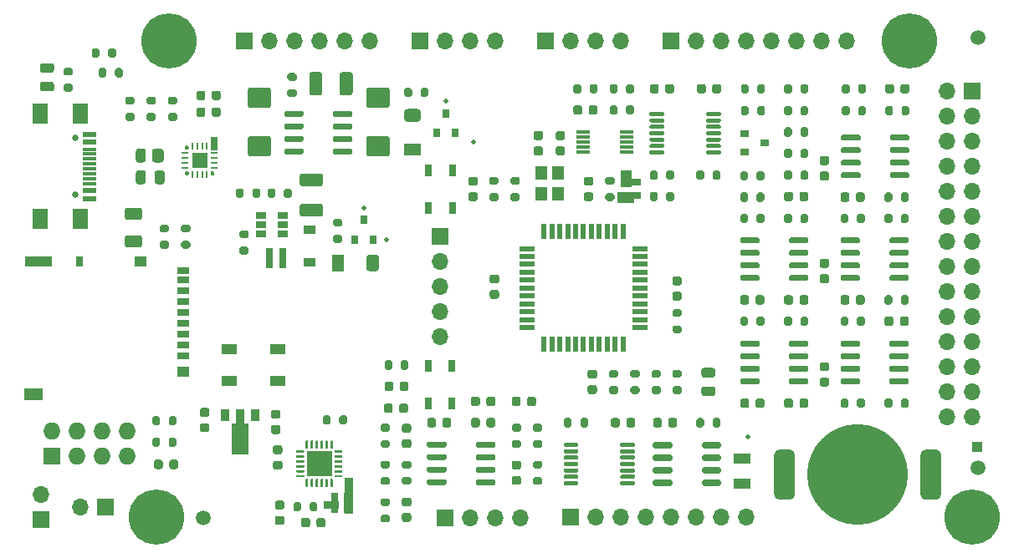
<source format=gbr>
%TF.GenerationSoftware,KiCad,Pcbnew,5.99.0+really5.1.12+dfsg1-1*%
%TF.CreationDate,2021-12-16T16:23:16+08:00*%
%TF.ProjectId,PSLab,50534c61-622e-46b6-9963-61645f706362,v6.0-beta*%
%TF.SameCoordinates,Original*%
%TF.FileFunction,Soldermask,Top*%
%TF.FilePolarity,Negative*%
%FSLAX46Y46*%
G04 Gerber Fmt 4.6, Leading zero omitted, Abs format (unit mm)*
G04 Created by KiCad (PCBNEW 5.99.0+really5.1.12+dfsg1-1) date 2021-12-16 16:23:16*
%MOMM*%
%LPD*%
G01*
G04 APERTURE LIST*
%ADD10C,0.100000*%
%ADD11C,0.500000*%
%ADD12R,0.800000X1.200000*%
%ADD13R,2.000000X0.650000*%
%ADD14O,0.700000X0.200000*%
%ADD15O,0.200000X0.700000*%
%ADD16R,1.600000X1.600000*%
%ADD17R,0.650000X2.000000*%
%ADD18R,1.500000X2.020000*%
%ADD19R,1.450000X0.600000*%
%ADD20R,1.450000X0.300000*%
%ADD21C,0.650000*%
%ADD22R,2.600000X2.600000*%
%ADD23R,0.900000X1.300000*%
%ADD24R,1.060000X0.650000*%
%ADD25R,1.200000X0.900000*%
%ADD26R,1.500000X1.000000*%
%ADD27O,1.700000X1.700000*%
%ADD28R,1.700000X1.700000*%
%ADD29R,1.500000X0.550000*%
%ADD30R,0.550000X1.500000*%
%ADD31C,10.200000*%
%ADD32C,1.500000*%
%ADD33R,1.400000X0.300000*%
%ADD34R,0.800000X0.900000*%
%ADD35R,0.900000X0.800000*%
%ADD36R,1.000000X1.000000*%
%ADD37R,1.727200X1.727200*%
%ADD38O,1.727200X1.727200*%
%ADD39R,1.300000X1.700000*%
%ADD40R,1.700000X1.300000*%
%ADD41R,1.200000X0.700000*%
%ADD42R,1.200000X1.000000*%
%ADD43R,0.800000X1.000000*%
%ADD44R,2.800000X1.000000*%
%ADD45R,1.900000X1.300000*%
%ADD46C,5.600000*%
%ADD47R,1.200000X1.400000*%
%ADD48R,1.800000X1.000000*%
G04 APERTURE END LIST*
D10*
G36*
X153140000Y-79080000D02*
G01*
X151540000Y-79080000D01*
X151540000Y-78080000D01*
X153140000Y-78080000D01*
X153140000Y-79080000D01*
G37*
X153140000Y-79080000D02*
X151540000Y-79080000D01*
X151540000Y-78080000D01*
X153140000Y-78080000D01*
X153140000Y-79080000D01*
G36*
X152840000Y-77480000D02*
G01*
X151840000Y-77480000D01*
X151840000Y-75880000D01*
X152840000Y-75880000D01*
X152840000Y-77480000D01*
G37*
X152840000Y-77480000D02*
X151840000Y-77480000D01*
X151840000Y-75880000D01*
X152840000Y-75880000D01*
X152840000Y-77480000D01*
G36*
X123240000Y-110080000D02*
G01*
X121840000Y-110080000D01*
X121840000Y-109380000D01*
X123240000Y-109380000D01*
X123240000Y-110080000D01*
G37*
X123240000Y-110080000D02*
X121840000Y-110080000D01*
X121840000Y-109380000D01*
X123240000Y-109380000D01*
X123240000Y-110080000D01*
G36*
X110940000Y-73780000D02*
G01*
X110340000Y-73780000D01*
X110340000Y-72480000D01*
X110940000Y-72480000D01*
X110940000Y-73780000D01*
G37*
X110940000Y-73780000D02*
X110340000Y-73780000D01*
X110340000Y-72480000D01*
X110940000Y-72480000D01*
X110940000Y-73780000D01*
G36*
X124640000Y-110580000D02*
G01*
X123940000Y-110580000D01*
X123940000Y-107080000D01*
X124640000Y-107080000D01*
X124640000Y-110580000D01*
G37*
X124640000Y-110580000D02*
X123940000Y-110580000D01*
X123940000Y-107080000D01*
X124640000Y-107080000D01*
X124640000Y-110580000D01*
D11*
%TO.C,TP3*%
X136940000Y-72980000D03*
%TD*%
D12*
%TO.C,SW2*%
X134812000Y-75866000D03*
X132412000Y-75866000D03*
X132412000Y-79666000D03*
X134812000Y-79666000D03*
%TD*%
%TO.C,SW1*%
X134748000Y-95678000D03*
X132348000Y-95678000D03*
X132348000Y-99478000D03*
X134748000Y-99478000D03*
%TD*%
%TO.C,C8*%
G36*
G01*
X143768500Y-72805500D02*
X143268500Y-72805500D01*
G75*
G02*
X143043500Y-72580500I0J225000D01*
G01*
X143043500Y-72130500D01*
G75*
G02*
X143268500Y-71905500I225000J0D01*
G01*
X143768500Y-71905500D01*
G75*
G02*
X143993500Y-72130500I0J-225000D01*
G01*
X143993500Y-72580500D01*
G75*
G02*
X143768500Y-72805500I-225000J0D01*
G01*
G37*
G36*
G01*
X143768500Y-74355500D02*
X143268500Y-74355500D01*
G75*
G02*
X143043500Y-74130500I0J225000D01*
G01*
X143043500Y-73680500D01*
G75*
G02*
X143268500Y-73455500I225000J0D01*
G01*
X143768500Y-73455500D01*
G75*
G02*
X143993500Y-73680500I0J-225000D01*
G01*
X143993500Y-74130500D01*
G75*
G02*
X143768500Y-74355500I-225000J0D01*
G01*
G37*
%TD*%
%TO.C,C10*%
G36*
G01*
X145990500Y-72805500D02*
X145490500Y-72805500D01*
G75*
G02*
X145265500Y-72580500I0J225000D01*
G01*
X145265500Y-72130500D01*
G75*
G02*
X145490500Y-71905500I225000J0D01*
G01*
X145990500Y-71905500D01*
G75*
G02*
X146215500Y-72130500I0J-225000D01*
G01*
X146215500Y-72580500D01*
G75*
G02*
X145990500Y-72805500I-225000J0D01*
G01*
G37*
G36*
G01*
X145990500Y-74355500D02*
X145490500Y-74355500D01*
G75*
G02*
X145265500Y-74130500I0J225000D01*
G01*
X145265500Y-73680500D01*
G75*
G02*
X145490500Y-73455500I225000J0D01*
G01*
X145990500Y-73455500D01*
G75*
G02*
X146215500Y-73680500I0J-225000D01*
G01*
X146215500Y-74130500D01*
G75*
G02*
X145990500Y-74355500I-225000J0D01*
G01*
G37*
%TD*%
D13*
%TO.C,L1*%
X152916000Y-78441000D03*
X152916000Y-77091000D03*
%TD*%
D14*
%TO.C,U15*%
X110690000Y-75630000D03*
X110690000Y-75130000D03*
X110690000Y-74630000D03*
X110690000Y-74130000D03*
D15*
X109990000Y-73430000D03*
X109490000Y-73430000D03*
X108990000Y-73430000D03*
X108490000Y-73430000D03*
D14*
X107790000Y-74130000D03*
X107790000Y-74630000D03*
X107790000Y-75130000D03*
X107790000Y-75630000D03*
D15*
X108490000Y-76330000D03*
X108990000Y-76330000D03*
X109490000Y-76330000D03*
X109990000Y-76330000D03*
D16*
X109240000Y-74880000D03*
G36*
G01*
X110740000Y-76080000D02*
X110740000Y-76280000D01*
G75*
G02*
X110640000Y-76380000I-100000J0D01*
G01*
X110440000Y-76380000D01*
G75*
G02*
X110340000Y-76280000I0J100000D01*
G01*
X110340000Y-76080000D01*
G75*
G02*
X110440000Y-75980000I100000J0D01*
G01*
X110640000Y-75980000D01*
G75*
G02*
X110740000Y-76080000I0J-100000D01*
G01*
G37*
G36*
G01*
X110740000Y-73480000D02*
X110740000Y-73680000D01*
G75*
G02*
X110640000Y-73780000I-100000J0D01*
G01*
X110440000Y-73780000D01*
G75*
G02*
X110340000Y-73680000I0J100000D01*
G01*
X110340000Y-73480000D01*
G75*
G02*
X110440000Y-73380000I100000J0D01*
G01*
X110640000Y-73380000D01*
G75*
G02*
X110740000Y-73480000I0J-100000D01*
G01*
G37*
G36*
G01*
X108140000Y-76080000D02*
X108140000Y-76280000D01*
G75*
G02*
X108040000Y-76380000I-100000J0D01*
G01*
X107840000Y-76380000D01*
G75*
G02*
X107740000Y-76280000I0J100000D01*
G01*
X107740000Y-76080000D01*
G75*
G02*
X107840000Y-75980000I100000J0D01*
G01*
X108040000Y-75980000D01*
G75*
G02*
X108140000Y-76080000I0J-100000D01*
G01*
G37*
G36*
G01*
X108140000Y-73480000D02*
X108140000Y-73680000D01*
G75*
G02*
X108040000Y-73780000I-100000J0D01*
G01*
X107840000Y-73780000D01*
G75*
G02*
X107740000Y-73680000I0J100000D01*
G01*
X107740000Y-73480000D01*
G75*
G02*
X107840000Y-73380000I100000J0D01*
G01*
X108040000Y-73380000D01*
G75*
G02*
X108140000Y-73480000I0J-100000D01*
G01*
G37*
%TD*%
%TO.C,C44*%
G36*
G01*
X109815000Y-69730000D02*
X109815000Y-70230000D01*
G75*
G02*
X109590000Y-70455000I-225000J0D01*
G01*
X109140000Y-70455000D01*
G75*
G02*
X108915000Y-70230000I0J225000D01*
G01*
X108915000Y-69730000D01*
G75*
G02*
X109140000Y-69505000I225000J0D01*
G01*
X109590000Y-69505000D01*
G75*
G02*
X109815000Y-69730000I0J-225000D01*
G01*
G37*
G36*
G01*
X111365000Y-69730000D02*
X111365000Y-70230000D01*
G75*
G02*
X111140000Y-70455000I-225000J0D01*
G01*
X110690000Y-70455000D01*
G75*
G02*
X110465000Y-70230000I0J225000D01*
G01*
X110465000Y-69730000D01*
G75*
G02*
X110690000Y-69505000I225000J0D01*
G01*
X111140000Y-69505000D01*
G75*
G02*
X111365000Y-69730000I0J-225000D01*
G01*
G37*
%TD*%
%TO.C,C43*%
G36*
G01*
X109815000Y-68030000D02*
X109815000Y-68530000D01*
G75*
G02*
X109590000Y-68755000I-225000J0D01*
G01*
X109140000Y-68755000D01*
G75*
G02*
X108915000Y-68530000I0J225000D01*
G01*
X108915000Y-68030000D01*
G75*
G02*
X109140000Y-67805000I225000J0D01*
G01*
X109590000Y-67805000D01*
G75*
G02*
X109815000Y-68030000I0J-225000D01*
G01*
G37*
G36*
G01*
X111365000Y-68030000D02*
X111365000Y-68530000D01*
G75*
G02*
X111140000Y-68755000I-225000J0D01*
G01*
X110690000Y-68755000D01*
G75*
G02*
X110465000Y-68530000I0J225000D01*
G01*
X110465000Y-68030000D01*
G75*
G02*
X110690000Y-67805000I225000J0D01*
G01*
X111140000Y-67805000D01*
G75*
G02*
X111365000Y-68030000I0J-225000D01*
G01*
G37*
%TD*%
D17*
%TO.C,L3*%
X117615000Y-84780000D03*
X116265000Y-84780000D03*
%TD*%
D18*
%TO.C,SW3*%
X97140000Y-80810000D03*
X97140000Y-70150000D03*
X93140000Y-80810000D03*
X93140000Y-70150000D03*
D19*
X98085000Y-78730000D03*
X98085000Y-77930000D03*
X98085000Y-73030000D03*
X98085000Y-72230000D03*
X98085000Y-72230000D03*
X98085000Y-73030000D03*
X98085000Y-77930000D03*
X98085000Y-78730000D03*
D20*
X98085000Y-73730000D03*
X98085000Y-74230000D03*
X98085000Y-74730000D03*
X98085000Y-75730000D03*
X98085000Y-76230000D03*
X98085000Y-76730000D03*
X98085000Y-77230000D03*
X98085000Y-75230000D03*
D21*
X96640000Y-72590000D03*
X96640000Y-78370000D03*
%TD*%
D17*
%TO.C,L2*%
X122865000Y-109580000D03*
X124215000Y-109580000D03*
%TD*%
D22*
%TO.C,U17*%
X121350000Y-105620000D03*
G36*
G01*
X119975000Y-104032500D02*
X119975000Y-103332500D01*
G75*
G02*
X120037500Y-103270000I62500J0D01*
G01*
X120162500Y-103270000D01*
G75*
G02*
X120225000Y-103332500I0J-62500D01*
G01*
X120225000Y-104032500D01*
G75*
G02*
X120162500Y-104095000I-62500J0D01*
G01*
X120037500Y-104095000D01*
G75*
G02*
X119975000Y-104032500I0J62500D01*
G01*
G37*
G36*
G01*
X120475000Y-104032500D02*
X120475000Y-103332500D01*
G75*
G02*
X120537500Y-103270000I62500J0D01*
G01*
X120662500Y-103270000D01*
G75*
G02*
X120725000Y-103332500I0J-62500D01*
G01*
X120725000Y-104032500D01*
G75*
G02*
X120662500Y-104095000I-62500J0D01*
G01*
X120537500Y-104095000D01*
G75*
G02*
X120475000Y-104032500I0J62500D01*
G01*
G37*
G36*
G01*
X120975000Y-104032500D02*
X120975000Y-103332500D01*
G75*
G02*
X121037500Y-103270000I62500J0D01*
G01*
X121162500Y-103270000D01*
G75*
G02*
X121225000Y-103332500I0J-62500D01*
G01*
X121225000Y-104032500D01*
G75*
G02*
X121162500Y-104095000I-62500J0D01*
G01*
X121037500Y-104095000D01*
G75*
G02*
X120975000Y-104032500I0J62500D01*
G01*
G37*
G36*
G01*
X121475000Y-104032500D02*
X121475000Y-103332500D01*
G75*
G02*
X121537500Y-103270000I62500J0D01*
G01*
X121662500Y-103270000D01*
G75*
G02*
X121725000Y-103332500I0J-62500D01*
G01*
X121725000Y-104032500D01*
G75*
G02*
X121662500Y-104095000I-62500J0D01*
G01*
X121537500Y-104095000D01*
G75*
G02*
X121475000Y-104032500I0J62500D01*
G01*
G37*
G36*
G01*
X121975000Y-104032500D02*
X121975000Y-103332500D01*
G75*
G02*
X122037500Y-103270000I62500J0D01*
G01*
X122162500Y-103270000D01*
G75*
G02*
X122225000Y-103332500I0J-62500D01*
G01*
X122225000Y-104032500D01*
G75*
G02*
X122162500Y-104095000I-62500J0D01*
G01*
X122037500Y-104095000D01*
G75*
G02*
X121975000Y-104032500I0J62500D01*
G01*
G37*
G36*
G01*
X122475000Y-104032500D02*
X122475000Y-103332500D01*
G75*
G02*
X122537500Y-103270000I62500J0D01*
G01*
X122662500Y-103270000D01*
G75*
G02*
X122725000Y-103332500I0J-62500D01*
G01*
X122725000Y-104032500D01*
G75*
G02*
X122662500Y-104095000I-62500J0D01*
G01*
X122537500Y-104095000D01*
G75*
G02*
X122475000Y-104032500I0J62500D01*
G01*
G37*
G36*
G01*
X122875000Y-104432500D02*
X122875000Y-104307500D01*
G75*
G02*
X122937500Y-104245000I62500J0D01*
G01*
X123637500Y-104245000D01*
G75*
G02*
X123700000Y-104307500I0J-62500D01*
G01*
X123700000Y-104432500D01*
G75*
G02*
X123637500Y-104495000I-62500J0D01*
G01*
X122937500Y-104495000D01*
G75*
G02*
X122875000Y-104432500I0J62500D01*
G01*
G37*
G36*
G01*
X122875000Y-104932500D02*
X122875000Y-104807500D01*
G75*
G02*
X122937500Y-104745000I62500J0D01*
G01*
X123637500Y-104745000D01*
G75*
G02*
X123700000Y-104807500I0J-62500D01*
G01*
X123700000Y-104932500D01*
G75*
G02*
X123637500Y-104995000I-62500J0D01*
G01*
X122937500Y-104995000D01*
G75*
G02*
X122875000Y-104932500I0J62500D01*
G01*
G37*
G36*
G01*
X122875000Y-105432500D02*
X122875000Y-105307500D01*
G75*
G02*
X122937500Y-105245000I62500J0D01*
G01*
X123637500Y-105245000D01*
G75*
G02*
X123700000Y-105307500I0J-62500D01*
G01*
X123700000Y-105432500D01*
G75*
G02*
X123637500Y-105495000I-62500J0D01*
G01*
X122937500Y-105495000D01*
G75*
G02*
X122875000Y-105432500I0J62500D01*
G01*
G37*
G36*
G01*
X122875000Y-105932500D02*
X122875000Y-105807500D01*
G75*
G02*
X122937500Y-105745000I62500J0D01*
G01*
X123637500Y-105745000D01*
G75*
G02*
X123700000Y-105807500I0J-62500D01*
G01*
X123700000Y-105932500D01*
G75*
G02*
X123637500Y-105995000I-62500J0D01*
G01*
X122937500Y-105995000D01*
G75*
G02*
X122875000Y-105932500I0J62500D01*
G01*
G37*
G36*
G01*
X122875000Y-106432500D02*
X122875000Y-106307500D01*
G75*
G02*
X122937500Y-106245000I62500J0D01*
G01*
X123637500Y-106245000D01*
G75*
G02*
X123700000Y-106307500I0J-62500D01*
G01*
X123700000Y-106432500D01*
G75*
G02*
X123637500Y-106495000I-62500J0D01*
G01*
X122937500Y-106495000D01*
G75*
G02*
X122875000Y-106432500I0J62500D01*
G01*
G37*
G36*
G01*
X122875000Y-106932500D02*
X122875000Y-106807500D01*
G75*
G02*
X122937500Y-106745000I62500J0D01*
G01*
X123637500Y-106745000D01*
G75*
G02*
X123700000Y-106807500I0J-62500D01*
G01*
X123700000Y-106932500D01*
G75*
G02*
X123637500Y-106995000I-62500J0D01*
G01*
X122937500Y-106995000D01*
G75*
G02*
X122875000Y-106932500I0J62500D01*
G01*
G37*
G36*
G01*
X122475000Y-107907500D02*
X122475000Y-107207500D01*
G75*
G02*
X122537500Y-107145000I62500J0D01*
G01*
X122662500Y-107145000D01*
G75*
G02*
X122725000Y-107207500I0J-62500D01*
G01*
X122725000Y-107907500D01*
G75*
G02*
X122662500Y-107970000I-62500J0D01*
G01*
X122537500Y-107970000D01*
G75*
G02*
X122475000Y-107907500I0J62500D01*
G01*
G37*
G36*
G01*
X121975000Y-107907500D02*
X121975000Y-107207500D01*
G75*
G02*
X122037500Y-107145000I62500J0D01*
G01*
X122162500Y-107145000D01*
G75*
G02*
X122225000Y-107207500I0J-62500D01*
G01*
X122225000Y-107907500D01*
G75*
G02*
X122162500Y-107970000I-62500J0D01*
G01*
X122037500Y-107970000D01*
G75*
G02*
X121975000Y-107907500I0J62500D01*
G01*
G37*
G36*
G01*
X121475000Y-107907500D02*
X121475000Y-107207500D01*
G75*
G02*
X121537500Y-107145000I62500J0D01*
G01*
X121662500Y-107145000D01*
G75*
G02*
X121725000Y-107207500I0J-62500D01*
G01*
X121725000Y-107907500D01*
G75*
G02*
X121662500Y-107970000I-62500J0D01*
G01*
X121537500Y-107970000D01*
G75*
G02*
X121475000Y-107907500I0J62500D01*
G01*
G37*
G36*
G01*
X120975000Y-107907500D02*
X120975000Y-107207500D01*
G75*
G02*
X121037500Y-107145000I62500J0D01*
G01*
X121162500Y-107145000D01*
G75*
G02*
X121225000Y-107207500I0J-62500D01*
G01*
X121225000Y-107907500D01*
G75*
G02*
X121162500Y-107970000I-62500J0D01*
G01*
X121037500Y-107970000D01*
G75*
G02*
X120975000Y-107907500I0J62500D01*
G01*
G37*
G36*
G01*
X120475000Y-107907500D02*
X120475000Y-107207500D01*
G75*
G02*
X120537500Y-107145000I62500J0D01*
G01*
X120662500Y-107145000D01*
G75*
G02*
X120725000Y-107207500I0J-62500D01*
G01*
X120725000Y-107907500D01*
G75*
G02*
X120662500Y-107970000I-62500J0D01*
G01*
X120537500Y-107970000D01*
G75*
G02*
X120475000Y-107907500I0J62500D01*
G01*
G37*
G36*
G01*
X119975000Y-107907500D02*
X119975000Y-107207500D01*
G75*
G02*
X120037500Y-107145000I62500J0D01*
G01*
X120162500Y-107145000D01*
G75*
G02*
X120225000Y-107207500I0J-62500D01*
G01*
X120225000Y-107907500D01*
G75*
G02*
X120162500Y-107970000I-62500J0D01*
G01*
X120037500Y-107970000D01*
G75*
G02*
X119975000Y-107907500I0J62500D01*
G01*
G37*
G36*
G01*
X119000000Y-106932500D02*
X119000000Y-106807500D01*
G75*
G02*
X119062500Y-106745000I62500J0D01*
G01*
X119762500Y-106745000D01*
G75*
G02*
X119825000Y-106807500I0J-62500D01*
G01*
X119825000Y-106932500D01*
G75*
G02*
X119762500Y-106995000I-62500J0D01*
G01*
X119062500Y-106995000D01*
G75*
G02*
X119000000Y-106932500I0J62500D01*
G01*
G37*
G36*
G01*
X119000000Y-106432500D02*
X119000000Y-106307500D01*
G75*
G02*
X119062500Y-106245000I62500J0D01*
G01*
X119762500Y-106245000D01*
G75*
G02*
X119825000Y-106307500I0J-62500D01*
G01*
X119825000Y-106432500D01*
G75*
G02*
X119762500Y-106495000I-62500J0D01*
G01*
X119062500Y-106495000D01*
G75*
G02*
X119000000Y-106432500I0J62500D01*
G01*
G37*
G36*
G01*
X119000000Y-105932500D02*
X119000000Y-105807500D01*
G75*
G02*
X119062500Y-105745000I62500J0D01*
G01*
X119762500Y-105745000D01*
G75*
G02*
X119825000Y-105807500I0J-62500D01*
G01*
X119825000Y-105932500D01*
G75*
G02*
X119762500Y-105995000I-62500J0D01*
G01*
X119062500Y-105995000D01*
G75*
G02*
X119000000Y-105932500I0J62500D01*
G01*
G37*
G36*
G01*
X119000000Y-105432500D02*
X119000000Y-105307500D01*
G75*
G02*
X119062500Y-105245000I62500J0D01*
G01*
X119762500Y-105245000D01*
G75*
G02*
X119825000Y-105307500I0J-62500D01*
G01*
X119825000Y-105432500D01*
G75*
G02*
X119762500Y-105495000I-62500J0D01*
G01*
X119062500Y-105495000D01*
G75*
G02*
X119000000Y-105432500I0J62500D01*
G01*
G37*
G36*
G01*
X119000000Y-104932500D02*
X119000000Y-104807500D01*
G75*
G02*
X119062500Y-104745000I62500J0D01*
G01*
X119762500Y-104745000D01*
G75*
G02*
X119825000Y-104807500I0J-62500D01*
G01*
X119825000Y-104932500D01*
G75*
G02*
X119762500Y-104995000I-62500J0D01*
G01*
X119062500Y-104995000D01*
G75*
G02*
X119000000Y-104932500I0J62500D01*
G01*
G37*
G36*
G01*
X119000000Y-104432500D02*
X119000000Y-104307500D01*
G75*
G02*
X119062500Y-104245000I62500J0D01*
G01*
X119762500Y-104245000D01*
G75*
G02*
X119825000Y-104307500I0J-62500D01*
G01*
X119825000Y-104432500D01*
G75*
G02*
X119762500Y-104495000I-62500J0D01*
G01*
X119062500Y-104495000D01*
G75*
G02*
X119000000Y-104432500I0J62500D01*
G01*
G37*
%TD*%
D10*
%TO.C,U6*%
G36*
X112473500Y-104680000D02*
G01*
X112473500Y-101555000D01*
X112890000Y-101555000D01*
X112890000Y-100080000D01*
X113790000Y-100080000D01*
X113790000Y-101555000D01*
X114206500Y-101555000D01*
X114206500Y-104680000D01*
X112473500Y-104680000D01*
G37*
D23*
X111840000Y-100730000D03*
X114840000Y-100730000D03*
%TD*%
%TO.C,U5*%
G36*
G01*
X119740000Y-73810000D02*
X119740000Y-74110000D01*
G75*
G02*
X119590000Y-74260000I-150000J0D01*
G01*
X117940000Y-74260000D01*
G75*
G02*
X117790000Y-74110000I0J150000D01*
G01*
X117790000Y-73810000D01*
G75*
G02*
X117940000Y-73660000I150000J0D01*
G01*
X119590000Y-73660000D01*
G75*
G02*
X119740000Y-73810000I0J-150000D01*
G01*
G37*
G36*
G01*
X119740000Y-72540000D02*
X119740000Y-72840000D01*
G75*
G02*
X119590000Y-72990000I-150000J0D01*
G01*
X117940000Y-72990000D01*
G75*
G02*
X117790000Y-72840000I0J150000D01*
G01*
X117790000Y-72540000D01*
G75*
G02*
X117940000Y-72390000I150000J0D01*
G01*
X119590000Y-72390000D01*
G75*
G02*
X119740000Y-72540000I0J-150000D01*
G01*
G37*
G36*
G01*
X119740000Y-71270000D02*
X119740000Y-71570000D01*
G75*
G02*
X119590000Y-71720000I-150000J0D01*
G01*
X117940000Y-71720000D01*
G75*
G02*
X117790000Y-71570000I0J150000D01*
G01*
X117790000Y-71270000D01*
G75*
G02*
X117940000Y-71120000I150000J0D01*
G01*
X119590000Y-71120000D01*
G75*
G02*
X119740000Y-71270000I0J-150000D01*
G01*
G37*
G36*
G01*
X119740000Y-70000000D02*
X119740000Y-70300000D01*
G75*
G02*
X119590000Y-70450000I-150000J0D01*
G01*
X117940000Y-70450000D01*
G75*
G02*
X117790000Y-70300000I0J150000D01*
G01*
X117790000Y-70000000D01*
G75*
G02*
X117940000Y-69850000I150000J0D01*
G01*
X119590000Y-69850000D01*
G75*
G02*
X119740000Y-70000000I0J-150000D01*
G01*
G37*
G36*
G01*
X124690000Y-70000000D02*
X124690000Y-70300000D01*
G75*
G02*
X124540000Y-70450000I-150000J0D01*
G01*
X122890000Y-70450000D01*
G75*
G02*
X122740000Y-70300000I0J150000D01*
G01*
X122740000Y-70000000D01*
G75*
G02*
X122890000Y-69850000I150000J0D01*
G01*
X124540000Y-69850000D01*
G75*
G02*
X124690000Y-70000000I0J-150000D01*
G01*
G37*
G36*
G01*
X124690000Y-71270000D02*
X124690000Y-71570000D01*
G75*
G02*
X124540000Y-71720000I-150000J0D01*
G01*
X122890000Y-71720000D01*
G75*
G02*
X122740000Y-71570000I0J150000D01*
G01*
X122740000Y-71270000D01*
G75*
G02*
X122890000Y-71120000I150000J0D01*
G01*
X124540000Y-71120000D01*
G75*
G02*
X124690000Y-71270000I0J-150000D01*
G01*
G37*
G36*
G01*
X124690000Y-72540000D02*
X124690000Y-72840000D01*
G75*
G02*
X124540000Y-72990000I-150000J0D01*
G01*
X122890000Y-72990000D01*
G75*
G02*
X122740000Y-72840000I0J150000D01*
G01*
X122740000Y-72540000D01*
G75*
G02*
X122890000Y-72390000I150000J0D01*
G01*
X124540000Y-72390000D01*
G75*
G02*
X124690000Y-72540000I0J-150000D01*
G01*
G37*
G36*
G01*
X124690000Y-73810000D02*
X124690000Y-74110000D01*
G75*
G02*
X124540000Y-74260000I-150000J0D01*
G01*
X122890000Y-74260000D01*
G75*
G02*
X122740000Y-74110000I0J150000D01*
G01*
X122740000Y-73810000D01*
G75*
G02*
X122890000Y-73660000I150000J0D01*
G01*
X124540000Y-73660000D01*
G75*
G02*
X124690000Y-73810000I0J-150000D01*
G01*
G37*
%TD*%
D24*
%TO.C,U1*%
X115490000Y-81390000D03*
X115490000Y-82340000D03*
X115490000Y-80440000D03*
X117690000Y-80440000D03*
X117690000Y-81390000D03*
X117690000Y-82340000D03*
%TD*%
%TO.C,R69*%
G36*
G01*
X113715000Y-77905000D02*
X113715000Y-78455000D01*
G75*
G02*
X113515000Y-78655000I-200000J0D01*
G01*
X113115000Y-78655000D01*
G75*
G02*
X112915000Y-78455000I0J200000D01*
G01*
X112915000Y-77905000D01*
G75*
G02*
X113115000Y-77705000I200000J0D01*
G01*
X113515000Y-77705000D01*
G75*
G02*
X113715000Y-77905000I0J-200000D01*
G01*
G37*
G36*
G01*
X115365000Y-77905000D02*
X115365000Y-78455000D01*
G75*
G02*
X115165000Y-78655000I-200000J0D01*
G01*
X114765000Y-78655000D01*
G75*
G02*
X114565000Y-78455000I0J200000D01*
G01*
X114565000Y-77905000D01*
G75*
G02*
X114765000Y-77705000I200000J0D01*
G01*
X115165000Y-77705000D01*
G75*
G02*
X115365000Y-77905000I0J-200000D01*
G01*
G37*
%TD*%
%TO.C,R68*%
G36*
G01*
X116915000Y-77905000D02*
X116915000Y-78455000D01*
G75*
G02*
X116715000Y-78655000I-200000J0D01*
G01*
X116315000Y-78655000D01*
G75*
G02*
X116115000Y-78455000I0J200000D01*
G01*
X116115000Y-77905000D01*
G75*
G02*
X116315000Y-77705000I200000J0D01*
G01*
X116715000Y-77705000D01*
G75*
G02*
X116915000Y-77905000I0J-200000D01*
G01*
G37*
G36*
G01*
X118565000Y-77905000D02*
X118565000Y-78455000D01*
G75*
G02*
X118365000Y-78655000I-200000J0D01*
G01*
X117965000Y-78655000D01*
G75*
G02*
X117765000Y-78455000I0J200000D01*
G01*
X117765000Y-77905000D01*
G75*
G02*
X117965000Y-77705000I200000J0D01*
G01*
X118365000Y-77705000D01*
G75*
G02*
X118565000Y-77905000I0J-200000D01*
G01*
G37*
%TD*%
%TO.C,R62*%
G36*
G01*
X120365000Y-110255000D02*
X120365000Y-109705000D01*
G75*
G02*
X120565000Y-109505000I200000J0D01*
G01*
X120965000Y-109505000D01*
G75*
G02*
X121165000Y-109705000I0J-200000D01*
G01*
X121165000Y-110255000D01*
G75*
G02*
X120965000Y-110455000I-200000J0D01*
G01*
X120565000Y-110455000D01*
G75*
G02*
X120365000Y-110255000I0J200000D01*
G01*
G37*
G36*
G01*
X118715000Y-110255000D02*
X118715000Y-109705000D01*
G75*
G02*
X118915000Y-109505000I200000J0D01*
G01*
X119315000Y-109505000D01*
G75*
G02*
X119515000Y-109705000I0J-200000D01*
G01*
X119515000Y-110255000D01*
G75*
G02*
X119315000Y-110455000I-200000J0D01*
G01*
X118915000Y-110455000D01*
G75*
G02*
X118715000Y-110255000I0J200000D01*
G01*
G37*
%TD*%
%TO.C,R61*%
G36*
G01*
X122515000Y-100905000D02*
X122515000Y-101455000D01*
G75*
G02*
X122315000Y-101655000I-200000J0D01*
G01*
X121915000Y-101655000D01*
G75*
G02*
X121715000Y-101455000I0J200000D01*
G01*
X121715000Y-100905000D01*
G75*
G02*
X121915000Y-100705000I200000J0D01*
G01*
X122315000Y-100705000D01*
G75*
G02*
X122515000Y-100905000I0J-200000D01*
G01*
G37*
G36*
G01*
X124165000Y-100905000D02*
X124165000Y-101455000D01*
G75*
G02*
X123965000Y-101655000I-200000J0D01*
G01*
X123565000Y-101655000D01*
G75*
G02*
X123365000Y-101455000I0J200000D01*
G01*
X123365000Y-100905000D01*
G75*
G02*
X123565000Y-100705000I200000J0D01*
G01*
X123965000Y-100705000D01*
G75*
G02*
X124165000Y-100905000I0J-200000D01*
G01*
G37*
%TD*%
%TO.C,R4*%
G36*
G01*
X113465000Y-83605000D02*
X114015000Y-83605000D01*
G75*
G02*
X114215000Y-83805000I0J-200000D01*
G01*
X114215000Y-84205000D01*
G75*
G02*
X114015000Y-84405000I-200000J0D01*
G01*
X113465000Y-84405000D01*
G75*
G02*
X113265000Y-84205000I0J200000D01*
G01*
X113265000Y-83805000D01*
G75*
G02*
X113465000Y-83605000I200000J0D01*
G01*
G37*
G36*
G01*
X113465000Y-81955000D02*
X114015000Y-81955000D01*
G75*
G02*
X114215000Y-82155000I0J-200000D01*
G01*
X114215000Y-82555000D01*
G75*
G02*
X114015000Y-82755000I-200000J0D01*
G01*
X113465000Y-82755000D01*
G75*
G02*
X113265000Y-82555000I0J200000D01*
G01*
X113265000Y-82155000D01*
G75*
G02*
X113465000Y-81955000I200000J0D01*
G01*
G37*
%TD*%
D25*
%TO.C,D7*%
X120340000Y-85230000D03*
X120340000Y-81930000D03*
%TD*%
%TO.C,C45*%
G36*
G01*
X117590000Y-110255000D02*
X117090000Y-110255000D01*
G75*
G02*
X116865000Y-110030000I0J225000D01*
G01*
X116865000Y-109580000D01*
G75*
G02*
X117090000Y-109355000I225000J0D01*
G01*
X117590000Y-109355000D01*
G75*
G02*
X117815000Y-109580000I0J-225000D01*
G01*
X117815000Y-110030000D01*
G75*
G02*
X117590000Y-110255000I-225000J0D01*
G01*
G37*
G36*
G01*
X117590000Y-111805000D02*
X117090000Y-111805000D01*
G75*
G02*
X116865000Y-111580000I0J225000D01*
G01*
X116865000Y-111130000D01*
G75*
G02*
X117090000Y-110905000I225000J0D01*
G01*
X117590000Y-110905000D01*
G75*
G02*
X117815000Y-111130000I0J-225000D01*
G01*
X117815000Y-111580000D01*
G75*
G02*
X117590000Y-111805000I-225000J0D01*
G01*
G37*
%TD*%
%TO.C,C14*%
G36*
G01*
X120415000Y-111330000D02*
X120415000Y-111830000D01*
G75*
G02*
X120190000Y-112055000I-225000J0D01*
G01*
X119740000Y-112055000D01*
G75*
G02*
X119515000Y-111830000I0J225000D01*
G01*
X119515000Y-111330000D01*
G75*
G02*
X119740000Y-111105000I225000J0D01*
G01*
X120190000Y-111105000D01*
G75*
G02*
X120415000Y-111330000I0J-225000D01*
G01*
G37*
G36*
G01*
X121965000Y-111330000D02*
X121965000Y-111830000D01*
G75*
G02*
X121740000Y-112055000I-225000J0D01*
G01*
X121290000Y-112055000D01*
G75*
G02*
X121065000Y-111830000I0J225000D01*
G01*
X121065000Y-111330000D01*
G75*
G02*
X121290000Y-111105000I225000J0D01*
G01*
X121740000Y-111105000D01*
G75*
G02*
X121965000Y-111330000I0J-225000D01*
G01*
G37*
%TD*%
%TO.C,C12*%
G36*
G01*
X121465001Y-77505000D02*
X119614999Y-77505000D01*
G75*
G02*
X119365000Y-77255001I0J249999D01*
G01*
X119365000Y-76429999D01*
G75*
G02*
X119614999Y-76180000I249999J0D01*
G01*
X121465001Y-76180000D01*
G75*
G02*
X121715000Y-76429999I0J-249999D01*
G01*
X121715000Y-77255001D01*
G75*
G02*
X121465001Y-77505000I-249999J0D01*
G01*
G37*
G36*
G01*
X121465001Y-80580000D02*
X119614999Y-80580000D01*
G75*
G02*
X119365000Y-80330001I0J249999D01*
G01*
X119365000Y-79504999D01*
G75*
G02*
X119614999Y-79255000I249999J0D01*
G01*
X121465001Y-79255000D01*
G75*
G02*
X121715000Y-79504999I0J-249999D01*
G01*
X121715000Y-80330001D01*
G75*
G02*
X121465001Y-80580000I-249999J0D01*
G01*
G37*
%TD*%
%TO.C,C11*%
G36*
G01*
X117390000Y-104655000D02*
X116890000Y-104655000D01*
G75*
G02*
X116665000Y-104430000I0J225000D01*
G01*
X116665000Y-103980000D01*
G75*
G02*
X116890000Y-103755000I225000J0D01*
G01*
X117390000Y-103755000D01*
G75*
G02*
X117615000Y-103980000I0J-225000D01*
G01*
X117615000Y-104430000D01*
G75*
G02*
X117390000Y-104655000I-225000J0D01*
G01*
G37*
G36*
G01*
X117390000Y-106205000D02*
X116890000Y-106205000D01*
G75*
G02*
X116665000Y-105980000I0J225000D01*
G01*
X116665000Y-105530000D01*
G75*
G02*
X116890000Y-105305000I225000J0D01*
G01*
X117390000Y-105305000D01*
G75*
G02*
X117615000Y-105530000I0J-225000D01*
G01*
X117615000Y-105980000D01*
G75*
G02*
X117390000Y-106205000I-225000J0D01*
G01*
G37*
%TD*%
D26*
%TO.C,D5*%
X112239000Y-94009500D03*
X112239000Y-97209500D03*
X117139000Y-94009500D03*
X117139000Y-97209500D03*
%TD*%
D27*
%TO.C,Z1*%
X133612000Y-92752000D03*
X133612000Y-90212000D03*
X133612000Y-87672000D03*
X133612000Y-85132000D03*
D28*
X133612000Y-82592000D03*
%TD*%
%TO.C,U13*%
G36*
G01*
X168894000Y-93600500D02*
X168894000Y-93300500D01*
G75*
G02*
X169044000Y-93150500I150000J0D01*
G01*
X170694000Y-93150500D01*
G75*
G02*
X170844000Y-93300500I0J-150000D01*
G01*
X170844000Y-93600500D01*
G75*
G02*
X170694000Y-93750500I-150000J0D01*
G01*
X169044000Y-93750500D01*
G75*
G02*
X168894000Y-93600500I0J150000D01*
G01*
G37*
G36*
G01*
X168894000Y-94870500D02*
X168894000Y-94570500D01*
G75*
G02*
X169044000Y-94420500I150000J0D01*
G01*
X170694000Y-94420500D01*
G75*
G02*
X170844000Y-94570500I0J-150000D01*
G01*
X170844000Y-94870500D01*
G75*
G02*
X170694000Y-95020500I-150000J0D01*
G01*
X169044000Y-95020500D01*
G75*
G02*
X168894000Y-94870500I0J150000D01*
G01*
G37*
G36*
G01*
X168894000Y-96140500D02*
X168894000Y-95840500D01*
G75*
G02*
X169044000Y-95690500I150000J0D01*
G01*
X170694000Y-95690500D01*
G75*
G02*
X170844000Y-95840500I0J-150000D01*
G01*
X170844000Y-96140500D01*
G75*
G02*
X170694000Y-96290500I-150000J0D01*
G01*
X169044000Y-96290500D01*
G75*
G02*
X168894000Y-96140500I0J150000D01*
G01*
G37*
G36*
G01*
X168894000Y-97410500D02*
X168894000Y-97110500D01*
G75*
G02*
X169044000Y-96960500I150000J0D01*
G01*
X170694000Y-96960500D01*
G75*
G02*
X170844000Y-97110500I0J-150000D01*
G01*
X170844000Y-97410500D01*
G75*
G02*
X170694000Y-97560500I-150000J0D01*
G01*
X169044000Y-97560500D01*
G75*
G02*
X168894000Y-97410500I0J150000D01*
G01*
G37*
G36*
G01*
X163944000Y-97410500D02*
X163944000Y-97110500D01*
G75*
G02*
X164094000Y-96960500I150000J0D01*
G01*
X165744000Y-96960500D01*
G75*
G02*
X165894000Y-97110500I0J-150000D01*
G01*
X165894000Y-97410500D01*
G75*
G02*
X165744000Y-97560500I-150000J0D01*
G01*
X164094000Y-97560500D01*
G75*
G02*
X163944000Y-97410500I0J150000D01*
G01*
G37*
G36*
G01*
X163944000Y-96140500D02*
X163944000Y-95840500D01*
G75*
G02*
X164094000Y-95690500I150000J0D01*
G01*
X165744000Y-95690500D01*
G75*
G02*
X165894000Y-95840500I0J-150000D01*
G01*
X165894000Y-96140500D01*
G75*
G02*
X165744000Y-96290500I-150000J0D01*
G01*
X164094000Y-96290500D01*
G75*
G02*
X163944000Y-96140500I0J150000D01*
G01*
G37*
G36*
G01*
X163944000Y-94870500D02*
X163944000Y-94570500D01*
G75*
G02*
X164094000Y-94420500I150000J0D01*
G01*
X165744000Y-94420500D01*
G75*
G02*
X165894000Y-94570500I0J-150000D01*
G01*
X165894000Y-94870500D01*
G75*
G02*
X165744000Y-95020500I-150000J0D01*
G01*
X164094000Y-95020500D01*
G75*
G02*
X163944000Y-94870500I0J150000D01*
G01*
G37*
G36*
G01*
X163944000Y-93600500D02*
X163944000Y-93300500D01*
G75*
G02*
X164094000Y-93150500I150000J0D01*
G01*
X165744000Y-93150500D01*
G75*
G02*
X165894000Y-93300500I0J-150000D01*
G01*
X165894000Y-93600500D01*
G75*
G02*
X165744000Y-93750500I-150000J0D01*
G01*
X164094000Y-93750500D01*
G75*
G02*
X163944000Y-93600500I0J150000D01*
G01*
G37*
%TD*%
%TO.C,R30*%
G36*
G01*
X175757000Y-81025500D02*
X175757000Y-80475500D01*
G75*
G02*
X175957000Y-80275500I200000J0D01*
G01*
X176357000Y-80275500D01*
G75*
G02*
X176557000Y-80475500I0J-200000D01*
G01*
X176557000Y-81025500D01*
G75*
G02*
X176357000Y-81225500I-200000J0D01*
G01*
X175957000Y-81225500D01*
G75*
G02*
X175757000Y-81025500I0J200000D01*
G01*
G37*
G36*
G01*
X174107000Y-81025500D02*
X174107000Y-80475500D01*
G75*
G02*
X174307000Y-80275500I200000J0D01*
G01*
X174707000Y-80275500D01*
G75*
G02*
X174907000Y-80475500I0J-200000D01*
G01*
X174907000Y-81025500D01*
G75*
G02*
X174707000Y-81225500I-200000J0D01*
G01*
X174307000Y-81225500D01*
G75*
G02*
X174107000Y-81025500I0J200000D01*
G01*
G37*
%TD*%
%TO.C,U11*%
G36*
G01*
X179118000Y-72709000D02*
X179118000Y-72409000D01*
G75*
G02*
X179268000Y-72259000I150000J0D01*
G01*
X180918000Y-72259000D01*
G75*
G02*
X181068000Y-72409000I0J-150000D01*
G01*
X181068000Y-72709000D01*
G75*
G02*
X180918000Y-72859000I-150000J0D01*
G01*
X179268000Y-72859000D01*
G75*
G02*
X179118000Y-72709000I0J150000D01*
G01*
G37*
G36*
G01*
X179118000Y-73979000D02*
X179118000Y-73679000D01*
G75*
G02*
X179268000Y-73529000I150000J0D01*
G01*
X180918000Y-73529000D01*
G75*
G02*
X181068000Y-73679000I0J-150000D01*
G01*
X181068000Y-73979000D01*
G75*
G02*
X180918000Y-74129000I-150000J0D01*
G01*
X179268000Y-74129000D01*
G75*
G02*
X179118000Y-73979000I0J150000D01*
G01*
G37*
G36*
G01*
X179118000Y-75249000D02*
X179118000Y-74949000D01*
G75*
G02*
X179268000Y-74799000I150000J0D01*
G01*
X180918000Y-74799000D01*
G75*
G02*
X181068000Y-74949000I0J-150000D01*
G01*
X181068000Y-75249000D01*
G75*
G02*
X180918000Y-75399000I-150000J0D01*
G01*
X179268000Y-75399000D01*
G75*
G02*
X179118000Y-75249000I0J150000D01*
G01*
G37*
G36*
G01*
X179118000Y-76519000D02*
X179118000Y-76219000D01*
G75*
G02*
X179268000Y-76069000I150000J0D01*
G01*
X180918000Y-76069000D01*
G75*
G02*
X181068000Y-76219000I0J-150000D01*
G01*
X181068000Y-76519000D01*
G75*
G02*
X180918000Y-76669000I-150000J0D01*
G01*
X179268000Y-76669000D01*
G75*
G02*
X179118000Y-76519000I0J150000D01*
G01*
G37*
G36*
G01*
X174168000Y-76519000D02*
X174168000Y-76219000D01*
G75*
G02*
X174318000Y-76069000I150000J0D01*
G01*
X175968000Y-76069000D01*
G75*
G02*
X176118000Y-76219000I0J-150000D01*
G01*
X176118000Y-76519000D01*
G75*
G02*
X175968000Y-76669000I-150000J0D01*
G01*
X174318000Y-76669000D01*
G75*
G02*
X174168000Y-76519000I0J150000D01*
G01*
G37*
G36*
G01*
X174168000Y-75249000D02*
X174168000Y-74949000D01*
G75*
G02*
X174318000Y-74799000I150000J0D01*
G01*
X175968000Y-74799000D01*
G75*
G02*
X176118000Y-74949000I0J-150000D01*
G01*
X176118000Y-75249000D01*
G75*
G02*
X175968000Y-75399000I-150000J0D01*
G01*
X174318000Y-75399000D01*
G75*
G02*
X174168000Y-75249000I0J150000D01*
G01*
G37*
G36*
G01*
X174168000Y-73979000D02*
X174168000Y-73679000D01*
G75*
G02*
X174318000Y-73529000I150000J0D01*
G01*
X175968000Y-73529000D01*
G75*
G02*
X176118000Y-73679000I0J-150000D01*
G01*
X176118000Y-73979000D01*
G75*
G02*
X175968000Y-74129000I-150000J0D01*
G01*
X174318000Y-74129000D01*
G75*
G02*
X174168000Y-73979000I0J150000D01*
G01*
G37*
G36*
G01*
X174168000Y-72709000D02*
X174168000Y-72409000D01*
G75*
G02*
X174318000Y-72259000I150000J0D01*
G01*
X175968000Y-72259000D01*
G75*
G02*
X176118000Y-72409000I0J-150000D01*
G01*
X176118000Y-72709000D01*
G75*
G02*
X175968000Y-72859000I-150000J0D01*
G01*
X174318000Y-72859000D01*
G75*
G02*
X174168000Y-72709000I0J150000D01*
G01*
G37*
%TD*%
D29*
%TO.C,U3*%
X142390000Y-91799000D03*
X142390000Y-90999000D03*
X142390000Y-90199000D03*
X142390000Y-89399000D03*
X142390000Y-88599000D03*
X142390000Y-87799000D03*
X142390000Y-86999000D03*
X142390000Y-86199000D03*
X142390000Y-85399000D03*
X142390000Y-84599000D03*
X142390000Y-83799000D03*
D30*
X144090000Y-82099000D03*
X144890000Y-82099000D03*
X145690000Y-82099000D03*
X146490000Y-82099000D03*
X147290000Y-82099000D03*
X148090000Y-82099000D03*
X148890000Y-82099000D03*
X149690000Y-82099000D03*
X150490000Y-82099000D03*
X151290000Y-82099000D03*
X152090000Y-82099000D03*
D29*
X153790000Y-83799000D03*
X153790000Y-84599000D03*
X153790000Y-85399000D03*
X153790000Y-86199000D03*
X153790000Y-86999000D03*
X153790000Y-87799000D03*
X153790000Y-88599000D03*
X153790000Y-89399000D03*
X153790000Y-90199000D03*
X153790000Y-90999000D03*
X153790000Y-91799000D03*
D30*
X152090000Y-93499000D03*
X151290000Y-93499000D03*
X150490000Y-93499000D03*
X149690000Y-93499000D03*
X148890000Y-93499000D03*
X148090000Y-93499000D03*
X147290000Y-93499000D03*
X146490000Y-93499000D03*
X145690000Y-93499000D03*
X144890000Y-93499000D03*
X144090000Y-93499000D03*
%TD*%
%TO.C,U16*%
G36*
G01*
X105610000Y-73980000D02*
X105610000Y-74780000D01*
G75*
G02*
X105310000Y-75080000I-300000J0D01*
G01*
X104710000Y-75080000D01*
G75*
G02*
X104410000Y-74780000I0J300000D01*
G01*
X104410000Y-73980000D01*
G75*
G02*
X104710000Y-73680000I300000J0D01*
G01*
X105310000Y-73680000D01*
G75*
G02*
X105610000Y-73980000I0J-300000D01*
G01*
G37*
G36*
G01*
X103790000Y-73930000D02*
X103790000Y-74830000D01*
G75*
G02*
X103540000Y-75080000I-250000J0D01*
G01*
X103040000Y-75080000D01*
G75*
G02*
X102790000Y-74830000I0J250000D01*
G01*
X102790000Y-73930000D01*
G75*
G02*
X103040000Y-73680000I250000J0D01*
G01*
X103540000Y-73680000D01*
G75*
G02*
X103790000Y-73930000I0J-250000D01*
G01*
G37*
G36*
G01*
X103790000Y-76130000D02*
X103790000Y-77030000D01*
G75*
G02*
X103540000Y-77280000I-250000J0D01*
G01*
X103040000Y-77280000D01*
G75*
G02*
X102790000Y-77030000I0J250000D01*
G01*
X102790000Y-76130000D01*
G75*
G02*
X103040000Y-75880000I250000J0D01*
G01*
X103540000Y-75880000D01*
G75*
G02*
X103790000Y-76130000I0J-250000D01*
G01*
G37*
G36*
G01*
X105690000Y-76130000D02*
X105690000Y-77030000D01*
G75*
G02*
X105440000Y-77280000I-250000J0D01*
G01*
X104940000Y-77280000D01*
G75*
G02*
X104690000Y-77030000I0J250000D01*
G01*
X104690000Y-76130000D01*
G75*
G02*
X104940000Y-75880000I250000J0D01*
G01*
X105440000Y-75880000D01*
G75*
G02*
X105690000Y-76130000I0J-250000D01*
G01*
G37*
%TD*%
%TO.C,BT1*%
G36*
G01*
X167390000Y-108747000D02*
X167390000Y-104697000D01*
G75*
G02*
X167915000Y-104172000I525000J0D01*
G01*
X168965000Y-104172000D01*
G75*
G02*
X169490000Y-104697000I0J-525000D01*
G01*
X169490000Y-108747000D01*
G75*
G02*
X168965000Y-109272000I-525000J0D01*
G01*
X167915000Y-109272000D01*
G75*
G02*
X167390000Y-108747000I0J525000D01*
G01*
G37*
G36*
G01*
X182190000Y-108747000D02*
X182190000Y-104697000D01*
G75*
G02*
X182715000Y-104172000I525000J0D01*
G01*
X183765000Y-104172000D01*
G75*
G02*
X184290000Y-104697000I0J-525000D01*
G01*
X184290000Y-108747000D01*
G75*
G02*
X183765000Y-109272000I-525000J0D01*
G01*
X182715000Y-109272000D01*
G75*
G02*
X182190000Y-108747000I0J525000D01*
G01*
G37*
D31*
X175840000Y-106722000D03*
%TD*%
%TO.C,C39*%
G36*
G01*
X164847000Y-99233000D02*
X164847000Y-99733000D01*
G75*
G02*
X164622000Y-99958000I-225000J0D01*
G01*
X164172000Y-99958000D01*
G75*
G02*
X163947000Y-99733000I0J225000D01*
G01*
X163947000Y-99233000D01*
G75*
G02*
X164172000Y-99008000I225000J0D01*
G01*
X164622000Y-99008000D01*
G75*
G02*
X164847000Y-99233000I0J-225000D01*
G01*
G37*
G36*
G01*
X166397000Y-99233000D02*
X166397000Y-99733000D01*
G75*
G02*
X166172000Y-99958000I-225000J0D01*
G01*
X165722000Y-99958000D01*
G75*
G02*
X165497000Y-99733000I0J225000D01*
G01*
X165497000Y-99233000D01*
G75*
G02*
X165722000Y-99008000I225000J0D01*
G01*
X166172000Y-99008000D01*
G75*
G02*
X166397000Y-99233000I0J-225000D01*
G01*
G37*
%TD*%
D32*
%TO.C,FID1*%
X109609000Y-111104000D03*
%TD*%
%TO.C,FID2*%
X188000000Y-106000000D03*
%TD*%
%TO.C,FID3*%
X188000000Y-62400000D03*
%TD*%
D33*
%TO.C,U12*%
X152449000Y-72003500D03*
X152449000Y-72503500D03*
X152449000Y-73003500D03*
X152449000Y-73503500D03*
X152449000Y-74003500D03*
X148049000Y-74003500D03*
X148049000Y-73503500D03*
X148049000Y-73003500D03*
X148049000Y-72503500D03*
X148049000Y-72003500D03*
%TD*%
%TO.C,D3*%
G36*
G01*
X160269750Y-97774000D02*
X161182250Y-97774000D01*
G75*
G02*
X161426000Y-98017750I0J-243750D01*
G01*
X161426000Y-98505250D01*
G75*
G02*
X161182250Y-98749000I-243750J0D01*
G01*
X160269750Y-98749000D01*
G75*
G02*
X160026000Y-98505250I0J243750D01*
G01*
X160026000Y-98017750D01*
G75*
G02*
X160269750Y-97774000I243750J0D01*
G01*
G37*
G36*
G01*
X160269750Y-95899000D02*
X161182250Y-95899000D01*
G75*
G02*
X161426000Y-96142750I0J-243750D01*
G01*
X161426000Y-96630250D01*
G75*
G02*
X161182250Y-96874000I-243750J0D01*
G01*
X160269750Y-96874000D01*
G75*
G02*
X160026000Y-96630250I0J243750D01*
G01*
X160026000Y-96142750D01*
G75*
G02*
X160269750Y-95899000I243750J0D01*
G01*
G37*
%TD*%
%TO.C,D4*%
G36*
G01*
X94256250Y-65990000D02*
X93343750Y-65990000D01*
G75*
G02*
X93100000Y-65746250I0J243750D01*
G01*
X93100000Y-65258750D01*
G75*
G02*
X93343750Y-65015000I243750J0D01*
G01*
X94256250Y-65015000D01*
G75*
G02*
X94500000Y-65258750I0J-243750D01*
G01*
X94500000Y-65746250D01*
G75*
G02*
X94256250Y-65990000I-243750J0D01*
G01*
G37*
G36*
G01*
X94256250Y-67865000D02*
X93343750Y-67865000D01*
G75*
G02*
X93100000Y-67621250I0J243750D01*
G01*
X93100000Y-67133750D01*
G75*
G02*
X93343750Y-66890000I243750J0D01*
G01*
X94256250Y-66890000D01*
G75*
G02*
X94500000Y-67133750I0J-243750D01*
G01*
X94500000Y-67621250D01*
G75*
G02*
X94256250Y-67865000I-243750J0D01*
G01*
G37*
%TD*%
%TO.C,U8*%
G36*
G01*
X179054000Y-93600500D02*
X179054000Y-93300500D01*
G75*
G02*
X179204000Y-93150500I150000J0D01*
G01*
X180854000Y-93150500D01*
G75*
G02*
X181004000Y-93300500I0J-150000D01*
G01*
X181004000Y-93600500D01*
G75*
G02*
X180854000Y-93750500I-150000J0D01*
G01*
X179204000Y-93750500D01*
G75*
G02*
X179054000Y-93600500I0J150000D01*
G01*
G37*
G36*
G01*
X179054000Y-94870500D02*
X179054000Y-94570500D01*
G75*
G02*
X179204000Y-94420500I150000J0D01*
G01*
X180854000Y-94420500D01*
G75*
G02*
X181004000Y-94570500I0J-150000D01*
G01*
X181004000Y-94870500D01*
G75*
G02*
X180854000Y-95020500I-150000J0D01*
G01*
X179204000Y-95020500D01*
G75*
G02*
X179054000Y-94870500I0J150000D01*
G01*
G37*
G36*
G01*
X179054000Y-96140500D02*
X179054000Y-95840500D01*
G75*
G02*
X179204000Y-95690500I150000J0D01*
G01*
X180854000Y-95690500D01*
G75*
G02*
X181004000Y-95840500I0J-150000D01*
G01*
X181004000Y-96140500D01*
G75*
G02*
X180854000Y-96290500I-150000J0D01*
G01*
X179204000Y-96290500D01*
G75*
G02*
X179054000Y-96140500I0J150000D01*
G01*
G37*
G36*
G01*
X179054000Y-97410500D02*
X179054000Y-97110500D01*
G75*
G02*
X179204000Y-96960500I150000J0D01*
G01*
X180854000Y-96960500D01*
G75*
G02*
X181004000Y-97110500I0J-150000D01*
G01*
X181004000Y-97410500D01*
G75*
G02*
X180854000Y-97560500I-150000J0D01*
G01*
X179204000Y-97560500D01*
G75*
G02*
X179054000Y-97410500I0J150000D01*
G01*
G37*
G36*
G01*
X174104000Y-97410500D02*
X174104000Y-97110500D01*
G75*
G02*
X174254000Y-96960500I150000J0D01*
G01*
X175904000Y-96960500D01*
G75*
G02*
X176054000Y-97110500I0J-150000D01*
G01*
X176054000Y-97410500D01*
G75*
G02*
X175904000Y-97560500I-150000J0D01*
G01*
X174254000Y-97560500D01*
G75*
G02*
X174104000Y-97410500I0J150000D01*
G01*
G37*
G36*
G01*
X174104000Y-96140500D02*
X174104000Y-95840500D01*
G75*
G02*
X174254000Y-95690500I150000J0D01*
G01*
X175904000Y-95690500D01*
G75*
G02*
X176054000Y-95840500I0J-150000D01*
G01*
X176054000Y-96140500D01*
G75*
G02*
X175904000Y-96290500I-150000J0D01*
G01*
X174254000Y-96290500D01*
G75*
G02*
X174104000Y-96140500I0J150000D01*
G01*
G37*
G36*
G01*
X174104000Y-94870500D02*
X174104000Y-94570500D01*
G75*
G02*
X174254000Y-94420500I150000J0D01*
G01*
X175904000Y-94420500D01*
G75*
G02*
X176054000Y-94570500I0J-150000D01*
G01*
X176054000Y-94870500D01*
G75*
G02*
X175904000Y-95020500I-150000J0D01*
G01*
X174254000Y-95020500D01*
G75*
G02*
X174104000Y-94870500I0J150000D01*
G01*
G37*
G36*
G01*
X174104000Y-93600500D02*
X174104000Y-93300500D01*
G75*
G02*
X174254000Y-93150500I150000J0D01*
G01*
X175904000Y-93150500D01*
G75*
G02*
X176054000Y-93300500I0J-150000D01*
G01*
X176054000Y-93600500D01*
G75*
G02*
X175904000Y-93750500I-150000J0D01*
G01*
X174254000Y-93750500D01*
G75*
G02*
X174104000Y-93600500I0J150000D01*
G01*
G37*
%TD*%
%TO.C,U10*%
G36*
G01*
X134208000Y-107334000D02*
X134208000Y-107634000D01*
G75*
G02*
X134058000Y-107784000I-150000J0D01*
G01*
X132408000Y-107784000D01*
G75*
G02*
X132258000Y-107634000I0J150000D01*
G01*
X132258000Y-107334000D01*
G75*
G02*
X132408000Y-107184000I150000J0D01*
G01*
X134058000Y-107184000D01*
G75*
G02*
X134208000Y-107334000I0J-150000D01*
G01*
G37*
G36*
G01*
X134208000Y-106064000D02*
X134208000Y-106364000D01*
G75*
G02*
X134058000Y-106514000I-150000J0D01*
G01*
X132408000Y-106514000D01*
G75*
G02*
X132258000Y-106364000I0J150000D01*
G01*
X132258000Y-106064000D01*
G75*
G02*
X132408000Y-105914000I150000J0D01*
G01*
X134058000Y-105914000D01*
G75*
G02*
X134208000Y-106064000I0J-150000D01*
G01*
G37*
G36*
G01*
X134208000Y-104794000D02*
X134208000Y-105094000D01*
G75*
G02*
X134058000Y-105244000I-150000J0D01*
G01*
X132408000Y-105244000D01*
G75*
G02*
X132258000Y-105094000I0J150000D01*
G01*
X132258000Y-104794000D01*
G75*
G02*
X132408000Y-104644000I150000J0D01*
G01*
X134058000Y-104644000D01*
G75*
G02*
X134208000Y-104794000I0J-150000D01*
G01*
G37*
G36*
G01*
X134208000Y-103524000D02*
X134208000Y-103824000D01*
G75*
G02*
X134058000Y-103974000I-150000J0D01*
G01*
X132408000Y-103974000D01*
G75*
G02*
X132258000Y-103824000I0J150000D01*
G01*
X132258000Y-103524000D01*
G75*
G02*
X132408000Y-103374000I150000J0D01*
G01*
X134058000Y-103374000D01*
G75*
G02*
X134208000Y-103524000I0J-150000D01*
G01*
G37*
G36*
G01*
X139158000Y-103524000D02*
X139158000Y-103824000D01*
G75*
G02*
X139008000Y-103974000I-150000J0D01*
G01*
X137358000Y-103974000D01*
G75*
G02*
X137208000Y-103824000I0J150000D01*
G01*
X137208000Y-103524000D01*
G75*
G02*
X137358000Y-103374000I150000J0D01*
G01*
X139008000Y-103374000D01*
G75*
G02*
X139158000Y-103524000I0J-150000D01*
G01*
G37*
G36*
G01*
X139158000Y-104794000D02*
X139158000Y-105094000D01*
G75*
G02*
X139008000Y-105244000I-150000J0D01*
G01*
X137358000Y-105244000D01*
G75*
G02*
X137208000Y-105094000I0J150000D01*
G01*
X137208000Y-104794000D01*
G75*
G02*
X137358000Y-104644000I150000J0D01*
G01*
X139008000Y-104644000D01*
G75*
G02*
X139158000Y-104794000I0J-150000D01*
G01*
G37*
G36*
G01*
X139158000Y-106064000D02*
X139158000Y-106364000D01*
G75*
G02*
X139008000Y-106514000I-150000J0D01*
G01*
X137358000Y-106514000D01*
G75*
G02*
X137208000Y-106364000I0J150000D01*
G01*
X137208000Y-106064000D01*
G75*
G02*
X137358000Y-105914000I150000J0D01*
G01*
X139008000Y-105914000D01*
G75*
G02*
X139158000Y-106064000I0J-150000D01*
G01*
G37*
G36*
G01*
X139158000Y-107334000D02*
X139158000Y-107634000D01*
G75*
G02*
X139008000Y-107784000I-150000J0D01*
G01*
X137358000Y-107784000D01*
G75*
G02*
X137208000Y-107634000I0J150000D01*
G01*
X137208000Y-107334000D01*
G75*
G02*
X137358000Y-107184000I150000J0D01*
G01*
X139008000Y-107184000D01*
G75*
G02*
X139158000Y-107334000I0J-150000D01*
G01*
G37*
%TD*%
%TO.C,U9*%
G36*
G01*
X179054000Y-83123000D02*
X179054000Y-82823000D01*
G75*
G02*
X179204000Y-82673000I150000J0D01*
G01*
X180854000Y-82673000D01*
G75*
G02*
X181004000Y-82823000I0J-150000D01*
G01*
X181004000Y-83123000D01*
G75*
G02*
X180854000Y-83273000I-150000J0D01*
G01*
X179204000Y-83273000D01*
G75*
G02*
X179054000Y-83123000I0J150000D01*
G01*
G37*
G36*
G01*
X179054000Y-84393000D02*
X179054000Y-84093000D01*
G75*
G02*
X179204000Y-83943000I150000J0D01*
G01*
X180854000Y-83943000D01*
G75*
G02*
X181004000Y-84093000I0J-150000D01*
G01*
X181004000Y-84393000D01*
G75*
G02*
X180854000Y-84543000I-150000J0D01*
G01*
X179204000Y-84543000D01*
G75*
G02*
X179054000Y-84393000I0J150000D01*
G01*
G37*
G36*
G01*
X179054000Y-85663000D02*
X179054000Y-85363000D01*
G75*
G02*
X179204000Y-85213000I150000J0D01*
G01*
X180854000Y-85213000D01*
G75*
G02*
X181004000Y-85363000I0J-150000D01*
G01*
X181004000Y-85663000D01*
G75*
G02*
X180854000Y-85813000I-150000J0D01*
G01*
X179204000Y-85813000D01*
G75*
G02*
X179054000Y-85663000I0J150000D01*
G01*
G37*
G36*
G01*
X179054000Y-86933000D02*
X179054000Y-86633000D01*
G75*
G02*
X179204000Y-86483000I150000J0D01*
G01*
X180854000Y-86483000D01*
G75*
G02*
X181004000Y-86633000I0J-150000D01*
G01*
X181004000Y-86933000D01*
G75*
G02*
X180854000Y-87083000I-150000J0D01*
G01*
X179204000Y-87083000D01*
G75*
G02*
X179054000Y-86933000I0J150000D01*
G01*
G37*
G36*
G01*
X174104000Y-86933000D02*
X174104000Y-86633000D01*
G75*
G02*
X174254000Y-86483000I150000J0D01*
G01*
X175904000Y-86483000D01*
G75*
G02*
X176054000Y-86633000I0J-150000D01*
G01*
X176054000Y-86933000D01*
G75*
G02*
X175904000Y-87083000I-150000J0D01*
G01*
X174254000Y-87083000D01*
G75*
G02*
X174104000Y-86933000I0J150000D01*
G01*
G37*
G36*
G01*
X174104000Y-85663000D02*
X174104000Y-85363000D01*
G75*
G02*
X174254000Y-85213000I150000J0D01*
G01*
X175904000Y-85213000D01*
G75*
G02*
X176054000Y-85363000I0J-150000D01*
G01*
X176054000Y-85663000D01*
G75*
G02*
X175904000Y-85813000I-150000J0D01*
G01*
X174254000Y-85813000D01*
G75*
G02*
X174104000Y-85663000I0J150000D01*
G01*
G37*
G36*
G01*
X174104000Y-84393000D02*
X174104000Y-84093000D01*
G75*
G02*
X174254000Y-83943000I150000J0D01*
G01*
X175904000Y-83943000D01*
G75*
G02*
X176054000Y-84093000I0J-150000D01*
G01*
X176054000Y-84393000D01*
G75*
G02*
X175904000Y-84543000I-150000J0D01*
G01*
X174254000Y-84543000D01*
G75*
G02*
X174104000Y-84393000I0J150000D01*
G01*
G37*
G36*
G01*
X174104000Y-83123000D02*
X174104000Y-82823000D01*
G75*
G02*
X174254000Y-82673000I150000J0D01*
G01*
X175904000Y-82673000D01*
G75*
G02*
X176054000Y-82823000I0J-150000D01*
G01*
X176054000Y-83123000D01*
G75*
G02*
X175904000Y-83273000I-150000J0D01*
G01*
X174254000Y-83273000D01*
G75*
G02*
X174104000Y-83123000I0J150000D01*
G01*
G37*
%TD*%
%TO.C,U14*%
G36*
G01*
X168894000Y-83123000D02*
X168894000Y-82823000D01*
G75*
G02*
X169044000Y-82673000I150000J0D01*
G01*
X170694000Y-82673000D01*
G75*
G02*
X170844000Y-82823000I0J-150000D01*
G01*
X170844000Y-83123000D01*
G75*
G02*
X170694000Y-83273000I-150000J0D01*
G01*
X169044000Y-83273000D01*
G75*
G02*
X168894000Y-83123000I0J150000D01*
G01*
G37*
G36*
G01*
X168894000Y-84393000D02*
X168894000Y-84093000D01*
G75*
G02*
X169044000Y-83943000I150000J0D01*
G01*
X170694000Y-83943000D01*
G75*
G02*
X170844000Y-84093000I0J-150000D01*
G01*
X170844000Y-84393000D01*
G75*
G02*
X170694000Y-84543000I-150000J0D01*
G01*
X169044000Y-84543000D01*
G75*
G02*
X168894000Y-84393000I0J150000D01*
G01*
G37*
G36*
G01*
X168894000Y-85663000D02*
X168894000Y-85363000D01*
G75*
G02*
X169044000Y-85213000I150000J0D01*
G01*
X170694000Y-85213000D01*
G75*
G02*
X170844000Y-85363000I0J-150000D01*
G01*
X170844000Y-85663000D01*
G75*
G02*
X170694000Y-85813000I-150000J0D01*
G01*
X169044000Y-85813000D01*
G75*
G02*
X168894000Y-85663000I0J150000D01*
G01*
G37*
G36*
G01*
X168894000Y-86933000D02*
X168894000Y-86633000D01*
G75*
G02*
X169044000Y-86483000I150000J0D01*
G01*
X170694000Y-86483000D01*
G75*
G02*
X170844000Y-86633000I0J-150000D01*
G01*
X170844000Y-86933000D01*
G75*
G02*
X170694000Y-87083000I-150000J0D01*
G01*
X169044000Y-87083000D01*
G75*
G02*
X168894000Y-86933000I0J150000D01*
G01*
G37*
G36*
G01*
X163944000Y-86933000D02*
X163944000Y-86633000D01*
G75*
G02*
X164094000Y-86483000I150000J0D01*
G01*
X165744000Y-86483000D01*
G75*
G02*
X165894000Y-86633000I0J-150000D01*
G01*
X165894000Y-86933000D01*
G75*
G02*
X165744000Y-87083000I-150000J0D01*
G01*
X164094000Y-87083000D01*
G75*
G02*
X163944000Y-86933000I0J150000D01*
G01*
G37*
G36*
G01*
X163944000Y-85663000D02*
X163944000Y-85363000D01*
G75*
G02*
X164094000Y-85213000I150000J0D01*
G01*
X165744000Y-85213000D01*
G75*
G02*
X165894000Y-85363000I0J-150000D01*
G01*
X165894000Y-85663000D01*
G75*
G02*
X165744000Y-85813000I-150000J0D01*
G01*
X164094000Y-85813000D01*
G75*
G02*
X163944000Y-85663000I0J150000D01*
G01*
G37*
G36*
G01*
X163944000Y-84393000D02*
X163944000Y-84093000D01*
G75*
G02*
X164094000Y-83943000I150000J0D01*
G01*
X165744000Y-83943000D01*
G75*
G02*
X165894000Y-84093000I0J-150000D01*
G01*
X165894000Y-84393000D01*
G75*
G02*
X165744000Y-84543000I-150000J0D01*
G01*
X164094000Y-84543000D01*
G75*
G02*
X163944000Y-84393000I0J150000D01*
G01*
G37*
G36*
G01*
X163944000Y-83123000D02*
X163944000Y-82823000D01*
G75*
G02*
X164094000Y-82673000I150000J0D01*
G01*
X165744000Y-82673000D01*
G75*
G02*
X165894000Y-82823000I0J-150000D01*
G01*
X165894000Y-83123000D01*
G75*
G02*
X165744000Y-83273000I-150000J0D01*
G01*
X164094000Y-83273000D01*
G75*
G02*
X163944000Y-83123000I0J150000D01*
G01*
G37*
%TD*%
%TO.C,U4*%
G36*
G01*
X157068000Y-107397000D02*
X157068000Y-107697000D01*
G75*
G02*
X156918000Y-107847000I-150000J0D01*
G01*
X155268000Y-107847000D01*
G75*
G02*
X155118000Y-107697000I0J150000D01*
G01*
X155118000Y-107397000D01*
G75*
G02*
X155268000Y-107247000I150000J0D01*
G01*
X156918000Y-107247000D01*
G75*
G02*
X157068000Y-107397000I0J-150000D01*
G01*
G37*
G36*
G01*
X157068000Y-106127000D02*
X157068000Y-106427000D01*
G75*
G02*
X156918000Y-106577000I-150000J0D01*
G01*
X155268000Y-106577000D01*
G75*
G02*
X155118000Y-106427000I0J150000D01*
G01*
X155118000Y-106127000D01*
G75*
G02*
X155268000Y-105977000I150000J0D01*
G01*
X156918000Y-105977000D01*
G75*
G02*
X157068000Y-106127000I0J-150000D01*
G01*
G37*
G36*
G01*
X157068000Y-104857000D02*
X157068000Y-105157000D01*
G75*
G02*
X156918000Y-105307000I-150000J0D01*
G01*
X155268000Y-105307000D01*
G75*
G02*
X155118000Y-105157000I0J150000D01*
G01*
X155118000Y-104857000D01*
G75*
G02*
X155268000Y-104707000I150000J0D01*
G01*
X156918000Y-104707000D01*
G75*
G02*
X157068000Y-104857000I0J-150000D01*
G01*
G37*
G36*
G01*
X157068000Y-103587000D02*
X157068000Y-103887000D01*
G75*
G02*
X156918000Y-104037000I-150000J0D01*
G01*
X155268000Y-104037000D01*
G75*
G02*
X155118000Y-103887000I0J150000D01*
G01*
X155118000Y-103587000D01*
G75*
G02*
X155268000Y-103437000I150000J0D01*
G01*
X156918000Y-103437000D01*
G75*
G02*
X157068000Y-103587000I0J-150000D01*
G01*
G37*
G36*
G01*
X162018000Y-103587000D02*
X162018000Y-103887000D01*
G75*
G02*
X161868000Y-104037000I-150000J0D01*
G01*
X160218000Y-104037000D01*
G75*
G02*
X160068000Y-103887000I0J150000D01*
G01*
X160068000Y-103587000D01*
G75*
G02*
X160218000Y-103437000I150000J0D01*
G01*
X161868000Y-103437000D01*
G75*
G02*
X162018000Y-103587000I0J-150000D01*
G01*
G37*
G36*
G01*
X162018000Y-104857000D02*
X162018000Y-105157000D01*
G75*
G02*
X161868000Y-105307000I-150000J0D01*
G01*
X160218000Y-105307000D01*
G75*
G02*
X160068000Y-105157000I0J150000D01*
G01*
X160068000Y-104857000D01*
G75*
G02*
X160218000Y-104707000I150000J0D01*
G01*
X161868000Y-104707000D01*
G75*
G02*
X162018000Y-104857000I0J-150000D01*
G01*
G37*
G36*
G01*
X162018000Y-106127000D02*
X162018000Y-106427000D01*
G75*
G02*
X161868000Y-106577000I-150000J0D01*
G01*
X160218000Y-106577000D01*
G75*
G02*
X160068000Y-106427000I0J150000D01*
G01*
X160068000Y-106127000D01*
G75*
G02*
X160218000Y-105977000I150000J0D01*
G01*
X161868000Y-105977000D01*
G75*
G02*
X162018000Y-106127000I0J-150000D01*
G01*
G37*
G36*
G01*
X162018000Y-107397000D02*
X162018000Y-107697000D01*
G75*
G02*
X161868000Y-107847000I-150000J0D01*
G01*
X160218000Y-107847000D01*
G75*
G02*
X160068000Y-107697000I0J150000D01*
G01*
X160068000Y-107397000D01*
G75*
G02*
X160218000Y-107247000I150000J0D01*
G01*
X161868000Y-107247000D01*
G75*
G02*
X162018000Y-107397000I0J-150000D01*
G01*
G37*
%TD*%
D34*
%TO.C,Q2*%
X124940000Y-82893500D03*
X126840000Y-82893500D03*
X125890000Y-80893500D03*
%TD*%
%TO.C,Q3*%
X133195000Y-72098500D03*
X135095000Y-72098500D03*
X134145000Y-70098500D03*
%TD*%
D35*
%TO.C,Q1*%
X166426000Y-73067000D03*
X164426000Y-74017000D03*
X164426000Y-72117000D03*
%TD*%
%TO.C,C6*%
G36*
G01*
X128779000Y-99741000D02*
X128779000Y-100241000D01*
G75*
G02*
X128554000Y-100466000I-225000J0D01*
G01*
X128104000Y-100466000D01*
G75*
G02*
X127879000Y-100241000I0J225000D01*
G01*
X127879000Y-99741000D01*
G75*
G02*
X128104000Y-99516000I225000J0D01*
G01*
X128554000Y-99516000D01*
G75*
G02*
X128779000Y-99741000I0J-225000D01*
G01*
G37*
G36*
G01*
X130329000Y-99741000D02*
X130329000Y-100241000D01*
G75*
G02*
X130104000Y-100466000I-225000J0D01*
G01*
X129654000Y-100466000D01*
G75*
G02*
X129429000Y-100241000I0J225000D01*
G01*
X129429000Y-99741000D01*
G75*
G02*
X129654000Y-99516000I225000J0D01*
G01*
X130104000Y-99516000D01*
G75*
G02*
X130329000Y-99741000I0J-225000D01*
G01*
G37*
%TD*%
%TO.C,C7*%
G36*
G01*
X129933000Y-110603000D02*
X130433000Y-110603000D01*
G75*
G02*
X130658000Y-110828000I0J-225000D01*
G01*
X130658000Y-111278000D01*
G75*
G02*
X130433000Y-111503000I-225000J0D01*
G01*
X129933000Y-111503000D01*
G75*
G02*
X129708000Y-111278000I0J225000D01*
G01*
X129708000Y-110828000D01*
G75*
G02*
X129933000Y-110603000I225000J0D01*
G01*
G37*
G36*
G01*
X129933000Y-109053000D02*
X130433000Y-109053000D01*
G75*
G02*
X130658000Y-109278000I0J-225000D01*
G01*
X130658000Y-109728000D01*
G75*
G02*
X130433000Y-109953000I-225000J0D01*
G01*
X129933000Y-109953000D01*
G75*
G02*
X129708000Y-109728000I0J225000D01*
G01*
X129708000Y-109278000D01*
G75*
G02*
X129933000Y-109053000I225000J0D01*
G01*
G37*
%TD*%
%TO.C,C15*%
G36*
G01*
X109490000Y-101505000D02*
X109990000Y-101505000D01*
G75*
G02*
X110215000Y-101730000I0J-225000D01*
G01*
X110215000Y-102180000D01*
G75*
G02*
X109990000Y-102405000I-225000J0D01*
G01*
X109490000Y-102405000D01*
G75*
G02*
X109265000Y-102180000I0J225000D01*
G01*
X109265000Y-101730000D01*
G75*
G02*
X109490000Y-101505000I225000J0D01*
G01*
G37*
G36*
G01*
X109490000Y-99955000D02*
X109990000Y-99955000D01*
G75*
G02*
X110215000Y-100180000I0J-225000D01*
G01*
X110215000Y-100630000D01*
G75*
G02*
X109990000Y-100855000I-225000J0D01*
G01*
X109490000Y-100855000D01*
G75*
G02*
X109265000Y-100630000I0J225000D01*
G01*
X109265000Y-100180000D01*
G75*
G02*
X109490000Y-99955000I225000J0D01*
G01*
G37*
%TD*%
%TO.C,C20*%
G36*
G01*
X116690000Y-101705000D02*
X117190000Y-101705000D01*
G75*
G02*
X117415000Y-101930000I0J-225000D01*
G01*
X117415000Y-102380000D01*
G75*
G02*
X117190000Y-102605000I-225000J0D01*
G01*
X116690000Y-102605000D01*
G75*
G02*
X116465000Y-102380000I0J225000D01*
G01*
X116465000Y-101930000D01*
G75*
G02*
X116690000Y-101705000I225000J0D01*
G01*
G37*
G36*
G01*
X116690000Y-100155000D02*
X117190000Y-100155000D01*
G75*
G02*
X117415000Y-100380000I0J-225000D01*
G01*
X117415000Y-100830000D01*
G75*
G02*
X117190000Y-101055000I-225000J0D01*
G01*
X116690000Y-101055000D01*
G75*
G02*
X116465000Y-100830000I0J225000D01*
G01*
X116465000Y-100380000D01*
G75*
G02*
X116690000Y-100155000I225000J0D01*
G01*
G37*
%TD*%
%TO.C,C22*%
G36*
G01*
X169291000Y-99233000D02*
X169291000Y-99733000D01*
G75*
G02*
X169066000Y-99958000I-225000J0D01*
G01*
X168616000Y-99958000D01*
G75*
G02*
X168391000Y-99733000I0J225000D01*
G01*
X168391000Y-99233000D01*
G75*
G02*
X168616000Y-99008000I225000J0D01*
G01*
X169066000Y-99008000D01*
G75*
G02*
X169291000Y-99233000I0J-225000D01*
G01*
G37*
G36*
G01*
X170841000Y-99233000D02*
X170841000Y-99733000D01*
G75*
G02*
X170616000Y-99958000I-225000J0D01*
G01*
X170166000Y-99958000D01*
G75*
G02*
X169941000Y-99733000I0J225000D01*
G01*
X169941000Y-99233000D01*
G75*
G02*
X170166000Y-99008000I225000J0D01*
G01*
X170616000Y-99008000D01*
G75*
G02*
X170841000Y-99233000I0J-225000D01*
G01*
G37*
%TD*%
%TO.C,C23*%
G36*
G01*
X175657000Y-89255500D02*
X175657000Y-88755500D01*
G75*
G02*
X175882000Y-88530500I225000J0D01*
G01*
X176332000Y-88530500D01*
G75*
G02*
X176557000Y-88755500I0J-225000D01*
G01*
X176557000Y-89255500D01*
G75*
G02*
X176332000Y-89480500I-225000J0D01*
G01*
X175882000Y-89480500D01*
G75*
G02*
X175657000Y-89255500I0J225000D01*
G01*
G37*
G36*
G01*
X174107000Y-89255500D02*
X174107000Y-88755500D01*
G75*
G02*
X174332000Y-88530500I225000J0D01*
G01*
X174782000Y-88530500D01*
G75*
G02*
X175007000Y-88755500I0J-225000D01*
G01*
X175007000Y-89255500D01*
G75*
G02*
X174782000Y-89480500I-225000J0D01*
G01*
X174332000Y-89480500D01*
G75*
G02*
X174107000Y-89255500I0J225000D01*
G01*
G37*
%TD*%
%TO.C,C24*%
G36*
G01*
X148606000Y-70015000D02*
X148606000Y-69515000D01*
G75*
G02*
X148831000Y-69290000I225000J0D01*
G01*
X149281000Y-69290000D01*
G75*
G02*
X149506000Y-69515000I0J-225000D01*
G01*
X149506000Y-70015000D01*
G75*
G02*
X149281000Y-70240000I-225000J0D01*
G01*
X148831000Y-70240000D01*
G75*
G02*
X148606000Y-70015000I0J225000D01*
G01*
G37*
G36*
G01*
X147056000Y-70015000D02*
X147056000Y-69515000D01*
G75*
G02*
X147281000Y-69290000I225000J0D01*
G01*
X147731000Y-69290000D01*
G75*
G02*
X147956000Y-69515000I0J-225000D01*
G01*
X147956000Y-70015000D01*
G75*
G02*
X147731000Y-70240000I-225000J0D01*
G01*
X147281000Y-70240000D01*
G75*
G02*
X147056000Y-70015000I0J225000D01*
G01*
G37*
%TD*%
%TO.C,C25*%
G36*
G01*
X180101000Y-91414500D02*
X180101000Y-90914500D01*
G75*
G02*
X180326000Y-90689500I225000J0D01*
G01*
X180776000Y-90689500D01*
G75*
G02*
X181001000Y-90914500I0J-225000D01*
G01*
X181001000Y-91414500D01*
G75*
G02*
X180776000Y-91639500I-225000J0D01*
G01*
X180326000Y-91639500D01*
G75*
G02*
X180101000Y-91414500I0J225000D01*
G01*
G37*
G36*
G01*
X178551000Y-91414500D02*
X178551000Y-90914500D01*
G75*
G02*
X178776000Y-90689500I225000J0D01*
G01*
X179226000Y-90689500D01*
G75*
G02*
X179451000Y-90914500I0J-225000D01*
G01*
X179451000Y-91414500D01*
G75*
G02*
X179226000Y-91639500I-225000J0D01*
G01*
X178776000Y-91639500D01*
G75*
G02*
X178551000Y-91414500I0J225000D01*
G01*
G37*
%TD*%
%TO.C,C26*%
G36*
G01*
X172224000Y-96887000D02*
X172724000Y-96887000D01*
G75*
G02*
X172949000Y-97112000I0J-225000D01*
G01*
X172949000Y-97562000D01*
G75*
G02*
X172724000Y-97787000I-225000J0D01*
G01*
X172224000Y-97787000D01*
G75*
G02*
X171999000Y-97562000I0J225000D01*
G01*
X171999000Y-97112000D01*
G75*
G02*
X172224000Y-96887000I225000J0D01*
G01*
G37*
G36*
G01*
X172224000Y-95337000D02*
X172724000Y-95337000D01*
G75*
G02*
X172949000Y-95562000I0J-225000D01*
G01*
X172949000Y-96012000D01*
G75*
G02*
X172724000Y-96237000I-225000J0D01*
G01*
X172224000Y-96237000D01*
G75*
G02*
X171999000Y-96012000I0J225000D01*
G01*
X171999000Y-95562000D01*
G75*
G02*
X172224000Y-95337000I225000J0D01*
G01*
G37*
%TD*%
%TO.C,C27*%
G36*
G01*
X155703000Y-67356000D02*
X155703000Y-67856000D01*
G75*
G02*
X155478000Y-68081000I-225000J0D01*
G01*
X155028000Y-68081000D01*
G75*
G02*
X154803000Y-67856000I0J225000D01*
G01*
X154803000Y-67356000D01*
G75*
G02*
X155028000Y-67131000I225000J0D01*
G01*
X155478000Y-67131000D01*
G75*
G02*
X155703000Y-67356000I0J-225000D01*
G01*
G37*
G36*
G01*
X157253000Y-67356000D02*
X157253000Y-67856000D01*
G75*
G02*
X157028000Y-68081000I-225000J0D01*
G01*
X156578000Y-68081000D01*
G75*
G02*
X156353000Y-67856000I0J225000D01*
G01*
X156353000Y-67356000D01*
G75*
G02*
X156578000Y-67131000I225000J0D01*
G01*
X157028000Y-67131000D01*
G75*
G02*
X157253000Y-67356000I0J-225000D01*
G01*
G37*
%TD*%
%TO.C,C28*%
G36*
G01*
X169291000Y-88755500D02*
X169291000Y-89255500D01*
G75*
G02*
X169066000Y-89480500I-225000J0D01*
G01*
X168616000Y-89480500D01*
G75*
G02*
X168391000Y-89255500I0J225000D01*
G01*
X168391000Y-88755500D01*
G75*
G02*
X168616000Y-88530500I225000J0D01*
G01*
X169066000Y-88530500D01*
G75*
G02*
X169291000Y-88755500I0J-225000D01*
G01*
G37*
G36*
G01*
X170841000Y-88755500D02*
X170841000Y-89255500D01*
G75*
G02*
X170616000Y-89480500I-225000J0D01*
G01*
X170166000Y-89480500D01*
G75*
G02*
X169941000Y-89255500I0J225000D01*
G01*
X169941000Y-88755500D01*
G75*
G02*
X170166000Y-88530500I225000J0D01*
G01*
X170616000Y-88530500D01*
G75*
G02*
X170841000Y-88755500I0J-225000D01*
G01*
G37*
%TD*%
%TO.C,C29*%
G36*
G01*
X175657000Y-78841500D02*
X175657000Y-78341500D01*
G75*
G02*
X175882000Y-78116500I225000J0D01*
G01*
X176332000Y-78116500D01*
G75*
G02*
X176557000Y-78341500I0J-225000D01*
G01*
X176557000Y-78841500D01*
G75*
G02*
X176332000Y-79066500I-225000J0D01*
G01*
X175882000Y-79066500D01*
G75*
G02*
X175657000Y-78841500I0J225000D01*
G01*
G37*
G36*
G01*
X174107000Y-78841500D02*
X174107000Y-78341500D01*
G75*
G02*
X174332000Y-78116500I225000J0D01*
G01*
X174782000Y-78116500D01*
G75*
G02*
X175007000Y-78341500I0J-225000D01*
G01*
X175007000Y-78841500D01*
G75*
G02*
X174782000Y-79066500I-225000J0D01*
G01*
X174332000Y-79066500D01*
G75*
G02*
X174107000Y-78841500I0J225000D01*
G01*
G37*
%TD*%
%TO.C,C30*%
G36*
G01*
X130433000Y-102460000D02*
X129933000Y-102460000D01*
G75*
G02*
X129708000Y-102235000I0J225000D01*
G01*
X129708000Y-101785000D01*
G75*
G02*
X129933000Y-101560000I225000J0D01*
G01*
X130433000Y-101560000D01*
G75*
G02*
X130658000Y-101785000I0J-225000D01*
G01*
X130658000Y-102235000D01*
G75*
G02*
X130433000Y-102460000I-225000J0D01*
G01*
G37*
G36*
G01*
X130433000Y-104010000D02*
X129933000Y-104010000D01*
G75*
G02*
X129708000Y-103785000I0J225000D01*
G01*
X129708000Y-103335000D01*
G75*
G02*
X129933000Y-103110000I225000J0D01*
G01*
X130433000Y-103110000D01*
G75*
G02*
X130658000Y-103335000I0J-225000D01*
G01*
X130658000Y-103785000D01*
G75*
G02*
X130433000Y-104010000I-225000J0D01*
G01*
G37*
%TD*%
%TO.C,C31*%
G36*
G01*
X172224000Y-86409500D02*
X172724000Y-86409500D01*
G75*
G02*
X172949000Y-86634500I0J-225000D01*
G01*
X172949000Y-87084500D01*
G75*
G02*
X172724000Y-87309500I-225000J0D01*
G01*
X172224000Y-87309500D01*
G75*
G02*
X171999000Y-87084500I0J225000D01*
G01*
X171999000Y-86634500D01*
G75*
G02*
X172224000Y-86409500I225000J0D01*
G01*
G37*
G36*
G01*
X172224000Y-84859500D02*
X172724000Y-84859500D01*
G75*
G02*
X172949000Y-85084500I0J-225000D01*
G01*
X172949000Y-85534500D01*
G75*
G02*
X172724000Y-85759500I-225000J0D01*
G01*
X172224000Y-85759500D01*
G75*
G02*
X171999000Y-85534500I0J225000D01*
G01*
X171999000Y-85084500D01*
G75*
G02*
X172224000Y-84859500I225000J0D01*
G01*
G37*
%TD*%
%TO.C,C32*%
G36*
G01*
X161115000Y-67856000D02*
X161115000Y-67356000D01*
G75*
G02*
X161340000Y-67131000I225000J0D01*
G01*
X161790000Y-67131000D01*
G75*
G02*
X162015000Y-67356000I0J-225000D01*
G01*
X162015000Y-67856000D01*
G75*
G02*
X161790000Y-68081000I-225000J0D01*
G01*
X161340000Y-68081000D01*
G75*
G02*
X161115000Y-67856000I0J225000D01*
G01*
G37*
G36*
G01*
X159565000Y-67856000D02*
X159565000Y-67356000D01*
G75*
G02*
X159790000Y-67131000I225000J0D01*
G01*
X160240000Y-67131000D01*
G75*
G02*
X160465000Y-67356000I0J-225000D01*
G01*
X160465000Y-67856000D01*
G75*
G02*
X160240000Y-68081000I-225000J0D01*
G01*
X159790000Y-68081000D01*
G75*
G02*
X159565000Y-67856000I0J225000D01*
G01*
G37*
%TD*%
%TO.C,C33*%
G36*
G01*
X141732500Y-99042500D02*
X141732500Y-99542500D01*
G75*
G02*
X141507500Y-99767500I-225000J0D01*
G01*
X141057500Y-99767500D01*
G75*
G02*
X140832500Y-99542500I0J225000D01*
G01*
X140832500Y-99042500D01*
G75*
G02*
X141057500Y-98817500I225000J0D01*
G01*
X141507500Y-98817500D01*
G75*
G02*
X141732500Y-99042500I0J-225000D01*
G01*
G37*
G36*
G01*
X143282500Y-99042500D02*
X143282500Y-99542500D01*
G75*
G02*
X143057500Y-99767500I-225000J0D01*
G01*
X142607500Y-99767500D01*
G75*
G02*
X142382500Y-99542500I0J225000D01*
G01*
X142382500Y-99042500D01*
G75*
G02*
X142607500Y-98817500I225000J0D01*
G01*
X143057500Y-98817500D01*
G75*
G02*
X143282500Y-99042500I0J-225000D01*
G01*
G37*
%TD*%
%TO.C,C34*%
G36*
G01*
X169291000Y-78278000D02*
X169291000Y-78778000D01*
G75*
G02*
X169066000Y-79003000I-225000J0D01*
G01*
X168616000Y-79003000D01*
G75*
G02*
X168391000Y-78778000I0J225000D01*
G01*
X168391000Y-78278000D01*
G75*
G02*
X168616000Y-78053000I225000J0D01*
G01*
X169066000Y-78053000D01*
G75*
G02*
X169291000Y-78278000I0J-225000D01*
G01*
G37*
G36*
G01*
X170841000Y-78278000D02*
X170841000Y-78778000D01*
G75*
G02*
X170616000Y-79003000I-225000J0D01*
G01*
X170166000Y-79003000D01*
G75*
G02*
X169941000Y-78778000I0J225000D01*
G01*
X169941000Y-78278000D01*
G75*
G02*
X170166000Y-78053000I225000J0D01*
G01*
X170616000Y-78053000D01*
G75*
G02*
X170841000Y-78278000I0J-225000D01*
G01*
G37*
%TD*%
%TO.C,C35*%
G36*
G01*
X133160000Y-101202000D02*
X133160000Y-101702000D01*
G75*
G02*
X132935000Y-101927000I-225000J0D01*
G01*
X132485000Y-101927000D01*
G75*
G02*
X132260000Y-101702000I0J225000D01*
G01*
X132260000Y-101202000D01*
G75*
G02*
X132485000Y-100977000I225000J0D01*
G01*
X132935000Y-100977000D01*
G75*
G02*
X133160000Y-101202000I0J-225000D01*
G01*
G37*
G36*
G01*
X134710000Y-101202000D02*
X134710000Y-101702000D01*
G75*
G02*
X134485000Y-101927000I-225000J0D01*
G01*
X134035000Y-101927000D01*
G75*
G02*
X133810000Y-101702000I0J225000D01*
G01*
X133810000Y-101202000D01*
G75*
G02*
X134035000Y-100977000I225000J0D01*
G01*
X134485000Y-100977000D01*
G75*
G02*
X134710000Y-101202000I0J-225000D01*
G01*
G37*
%TD*%
%TO.C,C36*%
G36*
G01*
X141546000Y-106207000D02*
X141046000Y-106207000D01*
G75*
G02*
X140821000Y-105982000I0J225000D01*
G01*
X140821000Y-105532000D01*
G75*
G02*
X141046000Y-105307000I225000J0D01*
G01*
X141546000Y-105307000D01*
G75*
G02*
X141771000Y-105532000I0J-225000D01*
G01*
X141771000Y-105982000D01*
G75*
G02*
X141546000Y-106207000I-225000J0D01*
G01*
G37*
G36*
G01*
X141546000Y-107757000D02*
X141046000Y-107757000D01*
G75*
G02*
X140821000Y-107532000I0J225000D01*
G01*
X140821000Y-107082000D01*
G75*
G02*
X141046000Y-106857000I225000J0D01*
G01*
X141546000Y-106857000D01*
G75*
G02*
X141771000Y-107082000I0J-225000D01*
G01*
X141771000Y-107532000D01*
G75*
G02*
X141546000Y-107757000I-225000J0D01*
G01*
G37*
%TD*%
%TO.C,C37*%
G36*
G01*
X172224000Y-75995500D02*
X172724000Y-75995500D01*
G75*
G02*
X172949000Y-76220500I0J-225000D01*
G01*
X172949000Y-76670500D01*
G75*
G02*
X172724000Y-76895500I-225000J0D01*
G01*
X172224000Y-76895500D01*
G75*
G02*
X171999000Y-76670500I0J225000D01*
G01*
X171999000Y-76220500D01*
G75*
G02*
X172224000Y-75995500I225000J0D01*
G01*
G37*
G36*
G01*
X172224000Y-74445500D02*
X172724000Y-74445500D01*
G75*
G02*
X172949000Y-74670500I0J-225000D01*
G01*
X172949000Y-75120500D01*
G75*
G02*
X172724000Y-75345500I-225000J0D01*
G01*
X172224000Y-75345500D01*
G75*
G02*
X171999000Y-75120500I0J225000D01*
G01*
X171999000Y-74670500D01*
G75*
G02*
X172224000Y-74445500I225000J0D01*
G01*
G37*
%TD*%
%TO.C,C38*%
G36*
G01*
X138255000Y-101702000D02*
X138255000Y-101202000D01*
G75*
G02*
X138480000Y-100977000I225000J0D01*
G01*
X138930000Y-100977000D01*
G75*
G02*
X139155000Y-101202000I0J-225000D01*
G01*
X139155000Y-101702000D01*
G75*
G02*
X138930000Y-101927000I-225000J0D01*
G01*
X138480000Y-101927000D01*
G75*
G02*
X138255000Y-101702000I0J225000D01*
G01*
G37*
G36*
G01*
X136705000Y-101702000D02*
X136705000Y-101202000D01*
G75*
G02*
X136930000Y-100977000I225000J0D01*
G01*
X137380000Y-100977000D01*
G75*
G02*
X137605000Y-101202000I0J-225000D01*
G01*
X137605000Y-101702000D01*
G75*
G02*
X137380000Y-101927000I-225000J0D01*
G01*
X136930000Y-101927000D01*
G75*
G02*
X136705000Y-101702000I0J225000D01*
G01*
G37*
%TD*%
%TO.C,C40*%
G36*
G01*
X137605000Y-99042500D02*
X137605000Y-99542500D01*
G75*
G02*
X137380000Y-99767500I-225000J0D01*
G01*
X136930000Y-99767500D01*
G75*
G02*
X136705000Y-99542500I0J225000D01*
G01*
X136705000Y-99042500D01*
G75*
G02*
X136930000Y-98817500I225000J0D01*
G01*
X137380000Y-98817500D01*
G75*
G02*
X137605000Y-99042500I0J-225000D01*
G01*
G37*
G36*
G01*
X139155000Y-99042500D02*
X139155000Y-99542500D01*
G75*
G02*
X138930000Y-99767500I-225000J0D01*
G01*
X138480000Y-99767500D01*
G75*
G02*
X138255000Y-99542500I0J225000D01*
G01*
X138255000Y-99042500D01*
G75*
G02*
X138480000Y-98817500I225000J0D01*
G01*
X138930000Y-98817500D01*
G75*
G02*
X139155000Y-99042500I0J-225000D01*
G01*
G37*
%TD*%
%TO.C,C41*%
G36*
G01*
X164847000Y-88755500D02*
X164847000Y-89255500D01*
G75*
G02*
X164622000Y-89480500I-225000J0D01*
G01*
X164172000Y-89480500D01*
G75*
G02*
X163947000Y-89255500I0J225000D01*
G01*
X163947000Y-88755500D01*
G75*
G02*
X164172000Y-88530500I225000J0D01*
G01*
X164622000Y-88530500D01*
G75*
G02*
X164847000Y-88755500I0J-225000D01*
G01*
G37*
G36*
G01*
X166397000Y-88755500D02*
X166397000Y-89255500D01*
G75*
G02*
X166172000Y-89480500I-225000J0D01*
G01*
X165722000Y-89480500D01*
G75*
G02*
X165497000Y-89255500I0J225000D01*
G01*
X165497000Y-88755500D01*
G75*
G02*
X165722000Y-88530500I225000J0D01*
G01*
X166172000Y-88530500D01*
G75*
G02*
X166397000Y-88755500I0J-225000D01*
G01*
G37*
%TD*%
%TO.C,C42*%
G36*
G01*
X180165000Y-67856000D02*
X180165000Y-67356000D01*
G75*
G02*
X180390000Y-67131000I225000J0D01*
G01*
X180840000Y-67131000D01*
G75*
G02*
X181065000Y-67356000I0J-225000D01*
G01*
X181065000Y-67856000D01*
G75*
G02*
X180840000Y-68081000I-225000J0D01*
G01*
X180390000Y-68081000D01*
G75*
G02*
X180165000Y-67856000I0J225000D01*
G01*
G37*
G36*
G01*
X178615000Y-67856000D02*
X178615000Y-67356000D01*
G75*
G02*
X178840000Y-67131000I225000J0D01*
G01*
X179290000Y-67131000D01*
G75*
G02*
X179515000Y-67356000I0J-225000D01*
G01*
X179515000Y-67856000D01*
G75*
G02*
X179290000Y-68081000I-225000J0D01*
G01*
X178840000Y-68081000D01*
G75*
G02*
X178615000Y-67856000I0J225000D01*
G01*
G37*
%TD*%
%TO.C,C9*%
G36*
G01*
X151765000Y-101202000D02*
X151765000Y-101702000D01*
G75*
G02*
X151540000Y-101927000I-225000J0D01*
G01*
X151090000Y-101927000D01*
G75*
G02*
X150865000Y-101702000I0J225000D01*
G01*
X150865000Y-101202000D01*
G75*
G02*
X151090000Y-100977000I225000J0D01*
G01*
X151540000Y-100977000D01*
G75*
G02*
X151765000Y-101202000I0J-225000D01*
G01*
G37*
G36*
G01*
X153315000Y-101202000D02*
X153315000Y-101702000D01*
G75*
G02*
X153090000Y-101927000I-225000J0D01*
G01*
X152640000Y-101927000D01*
G75*
G02*
X152415000Y-101702000I0J225000D01*
G01*
X152415000Y-101202000D01*
G75*
G02*
X152640000Y-100977000I225000J0D01*
G01*
X153090000Y-100977000D01*
G75*
G02*
X153315000Y-101202000I0J-225000D01*
G01*
G37*
%TD*%
%TO.C,C1*%
G36*
G01*
X156670000Y-101702000D02*
X156670000Y-101202000D01*
G75*
G02*
X156895000Y-100977000I225000J0D01*
G01*
X157345000Y-100977000D01*
G75*
G02*
X157570000Y-101202000I0J-225000D01*
G01*
X157570000Y-101702000D01*
G75*
G02*
X157345000Y-101927000I-225000J0D01*
G01*
X156895000Y-101927000D01*
G75*
G02*
X156670000Y-101702000I0J225000D01*
G01*
G37*
G36*
G01*
X155120000Y-101702000D02*
X155120000Y-101202000D01*
G75*
G02*
X155345000Y-100977000I225000J0D01*
G01*
X155795000Y-100977000D01*
G75*
G02*
X156020000Y-101202000I0J-225000D01*
G01*
X156020000Y-101702000D01*
G75*
G02*
X155795000Y-101927000I-225000J0D01*
G01*
X155345000Y-101927000D01*
G75*
G02*
X155120000Y-101702000I0J225000D01*
G01*
G37*
%TD*%
%TO.C,C4*%
G36*
G01*
X139323000Y-87347000D02*
X138823000Y-87347000D01*
G75*
G02*
X138598000Y-87122000I0J225000D01*
G01*
X138598000Y-86672000D01*
G75*
G02*
X138823000Y-86447000I225000J0D01*
G01*
X139323000Y-86447000D01*
G75*
G02*
X139548000Y-86672000I0J-225000D01*
G01*
X139548000Y-87122000D01*
G75*
G02*
X139323000Y-87347000I-225000J0D01*
G01*
G37*
G36*
G01*
X139323000Y-88897000D02*
X138823000Y-88897000D01*
G75*
G02*
X138598000Y-88672000I0J225000D01*
G01*
X138598000Y-88222000D01*
G75*
G02*
X138823000Y-87997000I225000J0D01*
G01*
X139323000Y-87997000D01*
G75*
G02*
X139548000Y-88222000I0J-225000D01*
G01*
X139548000Y-88672000D01*
G75*
G02*
X139323000Y-88897000I-225000J0D01*
G01*
G37*
%TD*%
%TO.C,C13*%
G36*
G01*
X148848000Y-77441000D02*
X148348000Y-77441000D01*
G75*
G02*
X148123000Y-77216000I0J225000D01*
G01*
X148123000Y-76766000D01*
G75*
G02*
X148348000Y-76541000I225000J0D01*
G01*
X148848000Y-76541000D01*
G75*
G02*
X149073000Y-76766000I0J-225000D01*
G01*
X149073000Y-77216000D01*
G75*
G02*
X148848000Y-77441000I-225000J0D01*
G01*
G37*
G36*
G01*
X148848000Y-78991000D02*
X148348000Y-78991000D01*
G75*
G02*
X148123000Y-78766000I0J225000D01*
G01*
X148123000Y-78316000D01*
G75*
G02*
X148348000Y-78091000I225000J0D01*
G01*
X148848000Y-78091000D01*
G75*
G02*
X149073000Y-78316000I0J-225000D01*
G01*
X149073000Y-78766000D01*
G75*
G02*
X148848000Y-78991000I-225000J0D01*
G01*
G37*
%TD*%
%TO.C,C17*%
G36*
G01*
X157301500Y-88187500D02*
X157801500Y-88187500D01*
G75*
G02*
X158026500Y-88412500I0J-225000D01*
G01*
X158026500Y-88862500D01*
G75*
G02*
X157801500Y-89087500I-225000J0D01*
G01*
X157301500Y-89087500D01*
G75*
G02*
X157076500Y-88862500I0J225000D01*
G01*
X157076500Y-88412500D01*
G75*
G02*
X157301500Y-88187500I225000J0D01*
G01*
G37*
G36*
G01*
X157301500Y-86637500D02*
X157801500Y-86637500D01*
G75*
G02*
X158026500Y-86862500I0J-225000D01*
G01*
X158026500Y-87312500D01*
G75*
G02*
X157801500Y-87537500I-225000J0D01*
G01*
X157301500Y-87537500D01*
G75*
G02*
X157076500Y-87312500I0J225000D01*
G01*
X157076500Y-86862500D01*
G75*
G02*
X157301500Y-86637500I225000J0D01*
G01*
G37*
%TD*%
%TO.C,C21*%
G36*
G01*
X148729000Y-97649000D02*
X149229000Y-97649000D01*
G75*
G02*
X149454000Y-97874000I0J-225000D01*
G01*
X149454000Y-98324000D01*
G75*
G02*
X149229000Y-98549000I-225000J0D01*
G01*
X148729000Y-98549000D01*
G75*
G02*
X148504000Y-98324000I0J225000D01*
G01*
X148504000Y-97874000D01*
G75*
G02*
X148729000Y-97649000I225000J0D01*
G01*
G37*
G36*
G01*
X148729000Y-96099000D02*
X149229000Y-96099000D01*
G75*
G02*
X149454000Y-96324000I0J-225000D01*
G01*
X149454000Y-96774000D01*
G75*
G02*
X149229000Y-96999000I-225000J0D01*
G01*
X148729000Y-96999000D01*
G75*
G02*
X148504000Y-96774000I0J225000D01*
G01*
X148504000Y-96324000D01*
G75*
G02*
X148729000Y-96099000I225000J0D01*
G01*
G37*
%TD*%
%TO.C,C2*%
G36*
G01*
X105515000Y-105430000D02*
X105515000Y-105930000D01*
G75*
G02*
X105290000Y-106155000I-225000J0D01*
G01*
X104840000Y-106155000D01*
G75*
G02*
X104615000Y-105930000I0J225000D01*
G01*
X104615000Y-105430000D01*
G75*
G02*
X104840000Y-105205000I225000J0D01*
G01*
X105290000Y-105205000D01*
G75*
G02*
X105515000Y-105430000I0J-225000D01*
G01*
G37*
G36*
G01*
X107065000Y-105430000D02*
X107065000Y-105930000D01*
G75*
G02*
X106840000Y-106155000I-225000J0D01*
G01*
X106390000Y-106155000D01*
G75*
G02*
X106165000Y-105930000I0J225000D01*
G01*
X106165000Y-105430000D01*
G75*
G02*
X106390000Y-105205000I225000J0D01*
G01*
X106840000Y-105205000D01*
G75*
G02*
X107065000Y-105430000I0J-225000D01*
G01*
G37*
%TD*%
%TO.C,C3*%
G36*
G01*
X136664000Y-78091000D02*
X137164000Y-78091000D01*
G75*
G02*
X137389000Y-78316000I0J-225000D01*
G01*
X137389000Y-78766000D01*
G75*
G02*
X137164000Y-78991000I-225000J0D01*
G01*
X136664000Y-78991000D01*
G75*
G02*
X136439000Y-78766000I0J225000D01*
G01*
X136439000Y-78316000D01*
G75*
G02*
X136664000Y-78091000I225000J0D01*
G01*
G37*
G36*
G01*
X136664000Y-76541000D02*
X137164000Y-76541000D01*
G75*
G02*
X137389000Y-76766000I0J-225000D01*
G01*
X137389000Y-77216000D01*
G75*
G02*
X137164000Y-77441000I-225000J0D01*
G01*
X136664000Y-77441000D01*
G75*
G02*
X136439000Y-77216000I0J225000D01*
G01*
X136439000Y-76766000D01*
G75*
G02*
X136664000Y-76541000I225000J0D01*
G01*
G37*
%TD*%
%TO.C,C5*%
G36*
G01*
X129492000Y-98018500D02*
X129492000Y-97518500D01*
G75*
G02*
X129717000Y-97293500I225000J0D01*
G01*
X130167000Y-97293500D01*
G75*
G02*
X130392000Y-97518500I0J-225000D01*
G01*
X130392000Y-98018500D01*
G75*
G02*
X130167000Y-98243500I-225000J0D01*
G01*
X129717000Y-98243500D01*
G75*
G02*
X129492000Y-98018500I0J225000D01*
G01*
G37*
G36*
G01*
X127942000Y-98018500D02*
X127942000Y-97518500D01*
G75*
G02*
X128167000Y-97293500I225000J0D01*
G01*
X128617000Y-97293500D01*
G75*
G02*
X128842000Y-97518500I0J-225000D01*
G01*
X128842000Y-98018500D01*
G75*
G02*
X128617000Y-98243500I-225000J0D01*
G01*
X128167000Y-98243500D01*
G75*
G02*
X127942000Y-98018500I0J225000D01*
G01*
G37*
%TD*%
%TO.C,C16*%
G36*
G01*
X128212000Y-74471500D02*
X126362000Y-74471500D01*
G75*
G02*
X126112000Y-74221500I0J250000D01*
G01*
X126112000Y-72646500D01*
G75*
G02*
X126362000Y-72396500I250000J0D01*
G01*
X128212000Y-72396500D01*
G75*
G02*
X128462000Y-72646500I0J-250000D01*
G01*
X128462000Y-74221500D01*
G75*
G02*
X128212000Y-74471500I-250000J0D01*
G01*
G37*
G36*
G01*
X128212000Y-69546500D02*
X126362000Y-69546500D01*
G75*
G02*
X126112000Y-69296500I0J250000D01*
G01*
X126112000Y-67721500D01*
G75*
G02*
X126362000Y-67471500I250000J0D01*
G01*
X128212000Y-67471500D01*
G75*
G02*
X128462000Y-67721500I0J-250000D01*
G01*
X128462000Y-69296500D01*
G75*
G02*
X128212000Y-69546500I-250000J0D01*
G01*
G37*
%TD*%
%TO.C,C18*%
G36*
G01*
X116211000Y-74471500D02*
X114361000Y-74471500D01*
G75*
G02*
X114111000Y-74221500I0J250000D01*
G01*
X114111000Y-72646500D01*
G75*
G02*
X114361000Y-72396500I250000J0D01*
G01*
X116211000Y-72396500D01*
G75*
G02*
X116461000Y-72646500I0J-250000D01*
G01*
X116461000Y-74221500D01*
G75*
G02*
X116211000Y-74471500I-250000J0D01*
G01*
G37*
G36*
G01*
X116211000Y-69546500D02*
X114361000Y-69546500D01*
G75*
G02*
X114111000Y-69296500I0J250000D01*
G01*
X114111000Y-67721500D01*
G75*
G02*
X114361000Y-67471500I250000J0D01*
G01*
X116211000Y-67471500D01*
G75*
G02*
X116461000Y-67721500I0J-250000D01*
G01*
X116461000Y-69296500D01*
G75*
G02*
X116211000Y-69546500I-250000J0D01*
G01*
G37*
%TD*%
%TO.C,R52*%
G36*
G01*
X160301000Y-101177000D02*
X160301000Y-101727000D01*
G75*
G02*
X160101000Y-101927000I-200000J0D01*
G01*
X159701000Y-101927000D01*
G75*
G02*
X159501000Y-101727000I0J200000D01*
G01*
X159501000Y-101177000D01*
G75*
G02*
X159701000Y-100977000I200000J0D01*
G01*
X160101000Y-100977000D01*
G75*
G02*
X160301000Y-101177000I0J-200000D01*
G01*
G37*
G36*
G01*
X161951000Y-101177000D02*
X161951000Y-101727000D01*
G75*
G02*
X161751000Y-101927000I-200000J0D01*
G01*
X161351000Y-101927000D01*
G75*
G02*
X161151000Y-101727000I0J200000D01*
G01*
X161151000Y-101177000D01*
G75*
G02*
X161351000Y-100977000I200000J0D01*
G01*
X161751000Y-100977000D01*
G75*
G02*
X161951000Y-101177000I0J-200000D01*
G01*
G37*
%TD*%
%TO.C,R42*%
G36*
G01*
X130458000Y-107757000D02*
X129908000Y-107757000D01*
G75*
G02*
X129708000Y-107557000I0J200000D01*
G01*
X129708000Y-107157000D01*
G75*
G02*
X129908000Y-106957000I200000J0D01*
G01*
X130458000Y-106957000D01*
G75*
G02*
X130658000Y-107157000I0J-200000D01*
G01*
X130658000Y-107557000D01*
G75*
G02*
X130458000Y-107757000I-200000J0D01*
G01*
G37*
G36*
G01*
X130458000Y-106107000D02*
X129908000Y-106107000D01*
G75*
G02*
X129708000Y-105907000I0J200000D01*
G01*
X129708000Y-105507000D01*
G75*
G02*
X129908000Y-105307000I200000J0D01*
G01*
X130458000Y-105307000D01*
G75*
G02*
X130658000Y-105507000I0J-200000D01*
G01*
X130658000Y-105907000D01*
G75*
G02*
X130458000Y-106107000I-200000J0D01*
G01*
G37*
%TD*%
%TO.C,R21*%
G36*
G01*
X143179000Y-106957000D02*
X143729000Y-106957000D01*
G75*
G02*
X143929000Y-107157000I0J-200000D01*
G01*
X143929000Y-107557000D01*
G75*
G02*
X143729000Y-107757000I-200000J0D01*
G01*
X143179000Y-107757000D01*
G75*
G02*
X142979000Y-107557000I0J200000D01*
G01*
X142979000Y-107157000D01*
G75*
G02*
X143179000Y-106957000I200000J0D01*
G01*
G37*
G36*
G01*
X143179000Y-105307000D02*
X143729000Y-105307000D01*
G75*
G02*
X143929000Y-105507000I0J-200000D01*
G01*
X143929000Y-105907000D01*
G75*
G02*
X143729000Y-106107000I-200000J0D01*
G01*
X143179000Y-106107000D01*
G75*
G02*
X142979000Y-105907000I0J200000D01*
G01*
X142979000Y-105507000D01*
G75*
G02*
X143179000Y-105307000I200000J0D01*
G01*
G37*
%TD*%
%TO.C,R5*%
G36*
G01*
X123475000Y-83225000D02*
X122925000Y-83225000D01*
G75*
G02*
X122725000Y-83025000I0J200000D01*
G01*
X122725000Y-82625000D01*
G75*
G02*
X122925000Y-82425000I200000J0D01*
G01*
X123475000Y-82425000D01*
G75*
G02*
X123675000Y-82625000I0J-200000D01*
G01*
X123675000Y-83025000D01*
G75*
G02*
X123475000Y-83225000I-200000J0D01*
G01*
G37*
G36*
G01*
X123475000Y-81575000D02*
X122925000Y-81575000D01*
G75*
G02*
X122725000Y-81375000I0J200000D01*
G01*
X122725000Y-80975000D01*
G75*
G02*
X122925000Y-80775000I200000J0D01*
G01*
X123475000Y-80775000D01*
G75*
G02*
X123675000Y-80975000I0J-200000D01*
G01*
X123675000Y-81375000D01*
G75*
G02*
X123475000Y-81575000I-200000J0D01*
G01*
G37*
%TD*%
%TO.C,R11*%
G36*
G01*
X129935000Y-68262000D02*
X129935000Y-67712000D01*
G75*
G02*
X130135000Y-67512000I200000J0D01*
G01*
X130535000Y-67512000D01*
G75*
G02*
X130735000Y-67712000I0J-200000D01*
G01*
X130735000Y-68262000D01*
G75*
G02*
X130535000Y-68462000I-200000J0D01*
G01*
X130135000Y-68462000D01*
G75*
G02*
X129935000Y-68262000I0J200000D01*
G01*
G37*
G36*
G01*
X131585000Y-68262000D02*
X131585000Y-67712000D01*
G75*
G02*
X131785000Y-67512000I200000J0D01*
G01*
X132185000Y-67512000D01*
G75*
G02*
X132385000Y-67712000I0J-200000D01*
G01*
X132385000Y-68262000D01*
G75*
G02*
X132185000Y-68462000I-200000J0D01*
G01*
X131785000Y-68462000D01*
G75*
G02*
X131585000Y-68262000I0J200000D01*
G01*
G37*
%TD*%
%TO.C,R13*%
G36*
G01*
X118863000Y-68450000D02*
X118313000Y-68450000D01*
G75*
G02*
X118113000Y-68250000I0J200000D01*
G01*
X118113000Y-67850000D01*
G75*
G02*
X118313000Y-67650000I200000J0D01*
G01*
X118863000Y-67650000D01*
G75*
G02*
X119063000Y-67850000I0J-200000D01*
G01*
X119063000Y-68250000D01*
G75*
G02*
X118863000Y-68450000I-200000J0D01*
G01*
G37*
G36*
G01*
X118863000Y-66800000D02*
X118313000Y-66800000D01*
G75*
G02*
X118113000Y-66600000I0J200000D01*
G01*
X118113000Y-66200000D01*
G75*
G02*
X118313000Y-66000000I200000J0D01*
G01*
X118863000Y-66000000D01*
G75*
G02*
X119063000Y-66200000I0J-200000D01*
G01*
X119063000Y-66600000D01*
G75*
G02*
X118863000Y-66800000I-200000J0D01*
G01*
G37*
%TD*%
%TO.C,R14*%
G36*
G01*
X170041000Y-76644000D02*
X170041000Y-76094000D01*
G75*
G02*
X170241000Y-75894000I200000J0D01*
G01*
X170641000Y-75894000D01*
G75*
G02*
X170841000Y-76094000I0J-200000D01*
G01*
X170841000Y-76644000D01*
G75*
G02*
X170641000Y-76844000I-200000J0D01*
G01*
X170241000Y-76844000D01*
G75*
G02*
X170041000Y-76644000I0J200000D01*
G01*
G37*
G36*
G01*
X168391000Y-76644000D02*
X168391000Y-76094000D01*
G75*
G02*
X168591000Y-75894000I200000J0D01*
G01*
X168991000Y-75894000D01*
G75*
G02*
X169191000Y-76094000I0J-200000D01*
G01*
X169191000Y-76644000D01*
G75*
G02*
X168991000Y-76844000I-200000J0D01*
G01*
X168591000Y-76844000D01*
G75*
G02*
X168391000Y-76644000I0J200000D01*
G01*
G37*
%TD*%
%TO.C,R15*%
G36*
G01*
X141021000Y-103210000D02*
X141571000Y-103210000D01*
G75*
G02*
X141771000Y-103410000I0J-200000D01*
G01*
X141771000Y-103810000D01*
G75*
G02*
X141571000Y-104010000I-200000J0D01*
G01*
X141021000Y-104010000D01*
G75*
G02*
X140821000Y-103810000I0J200000D01*
G01*
X140821000Y-103410000D01*
G75*
G02*
X141021000Y-103210000I200000J0D01*
G01*
G37*
G36*
G01*
X141021000Y-101560000D02*
X141571000Y-101560000D01*
G75*
G02*
X141771000Y-101760000I0J-200000D01*
G01*
X141771000Y-102160000D01*
G75*
G02*
X141571000Y-102360000I-200000J0D01*
G01*
X141021000Y-102360000D01*
G75*
G02*
X140821000Y-102160000I0J200000D01*
G01*
X140821000Y-101760000D01*
G75*
G02*
X141021000Y-101560000I200000J0D01*
G01*
G37*
%TD*%
%TO.C,R16*%
G36*
G01*
X174907000Y-99208000D02*
X174907000Y-99758000D01*
G75*
G02*
X174707000Y-99958000I-200000J0D01*
G01*
X174307000Y-99958000D01*
G75*
G02*
X174107000Y-99758000I0J200000D01*
G01*
X174107000Y-99208000D01*
G75*
G02*
X174307000Y-99008000I200000J0D01*
G01*
X174707000Y-99008000D01*
G75*
G02*
X174907000Y-99208000I0J-200000D01*
G01*
G37*
G36*
G01*
X176557000Y-99208000D02*
X176557000Y-99758000D01*
G75*
G02*
X176357000Y-99958000I-200000J0D01*
G01*
X175957000Y-99958000D01*
G75*
G02*
X175757000Y-99758000I0J200000D01*
G01*
X175757000Y-99208000D01*
G75*
G02*
X175957000Y-99008000I200000J0D01*
G01*
X176357000Y-99008000D01*
G75*
G02*
X176557000Y-99208000I0J-200000D01*
G01*
G37*
%TD*%
%TO.C,R17*%
G36*
G01*
X180201000Y-99758000D02*
X180201000Y-99208000D01*
G75*
G02*
X180401000Y-99008000I200000J0D01*
G01*
X180801000Y-99008000D01*
G75*
G02*
X181001000Y-99208000I0J-200000D01*
G01*
X181001000Y-99758000D01*
G75*
G02*
X180801000Y-99958000I-200000J0D01*
G01*
X180401000Y-99958000D01*
G75*
G02*
X180201000Y-99758000I0J200000D01*
G01*
G37*
G36*
G01*
X178551000Y-99758000D02*
X178551000Y-99208000D01*
G75*
G02*
X178751000Y-99008000I200000J0D01*
G01*
X179151000Y-99008000D01*
G75*
G02*
X179351000Y-99208000I0J-200000D01*
G01*
X179351000Y-99758000D01*
G75*
G02*
X179151000Y-99958000I-200000J0D01*
G01*
X178751000Y-99958000D01*
G75*
G02*
X178551000Y-99758000I0J200000D01*
G01*
G37*
%TD*%
%TO.C,R18*%
G36*
G01*
X152388000Y-70040000D02*
X152388000Y-69490000D01*
G75*
G02*
X152588000Y-69290000I200000J0D01*
G01*
X152988000Y-69290000D01*
G75*
G02*
X153188000Y-69490000I0J-200000D01*
G01*
X153188000Y-70040000D01*
G75*
G02*
X152988000Y-70240000I-200000J0D01*
G01*
X152588000Y-70240000D01*
G75*
G02*
X152388000Y-70040000I0J200000D01*
G01*
G37*
G36*
G01*
X150738000Y-70040000D02*
X150738000Y-69490000D01*
G75*
G02*
X150938000Y-69290000I200000J0D01*
G01*
X151338000Y-69290000D01*
G75*
G02*
X151538000Y-69490000I0J-200000D01*
G01*
X151538000Y-70040000D01*
G75*
G02*
X151338000Y-70240000I-200000J0D01*
G01*
X150938000Y-70240000D01*
G75*
G02*
X150738000Y-70040000I0J200000D01*
G01*
G37*
%TD*%
%TO.C,R19*%
G36*
G01*
X151538000Y-67331000D02*
X151538000Y-67881000D01*
G75*
G02*
X151338000Y-68081000I-200000J0D01*
G01*
X150938000Y-68081000D01*
G75*
G02*
X150738000Y-67881000I0J200000D01*
G01*
X150738000Y-67331000D01*
G75*
G02*
X150938000Y-67131000I200000J0D01*
G01*
X151338000Y-67131000D01*
G75*
G02*
X151538000Y-67331000I0J-200000D01*
G01*
G37*
G36*
G01*
X153188000Y-67331000D02*
X153188000Y-67881000D01*
G75*
G02*
X152988000Y-68081000I-200000J0D01*
G01*
X152588000Y-68081000D01*
G75*
G02*
X152388000Y-67881000I0J200000D01*
G01*
X152388000Y-67331000D01*
G75*
G02*
X152588000Y-67131000I200000J0D01*
G01*
X152988000Y-67131000D01*
G75*
G02*
X153188000Y-67331000I0J-200000D01*
G01*
G37*
%TD*%
%TO.C,R20*%
G36*
G01*
X174907000Y-90889500D02*
X174907000Y-91439500D01*
G75*
G02*
X174707000Y-91639500I-200000J0D01*
G01*
X174307000Y-91639500D01*
G75*
G02*
X174107000Y-91439500I0J200000D01*
G01*
X174107000Y-90889500D01*
G75*
G02*
X174307000Y-90689500I200000J0D01*
G01*
X174707000Y-90689500D01*
G75*
G02*
X174907000Y-90889500I0J-200000D01*
G01*
G37*
G36*
G01*
X176557000Y-90889500D02*
X176557000Y-91439500D01*
G75*
G02*
X176357000Y-91639500I-200000J0D01*
G01*
X175957000Y-91639500D01*
G75*
G02*
X175757000Y-91439500I0J200000D01*
G01*
X175757000Y-90889500D01*
G75*
G02*
X175957000Y-90689500I200000J0D01*
G01*
X176357000Y-90689500D01*
G75*
G02*
X176557000Y-90889500I0J-200000D01*
G01*
G37*
%TD*%
%TO.C,R22*%
G36*
G01*
X165597000Y-91439500D02*
X165597000Y-90889500D01*
G75*
G02*
X165797000Y-90689500I200000J0D01*
G01*
X166197000Y-90689500D01*
G75*
G02*
X166397000Y-90889500I0J-200000D01*
G01*
X166397000Y-91439500D01*
G75*
G02*
X166197000Y-91639500I-200000J0D01*
G01*
X165797000Y-91639500D01*
G75*
G02*
X165597000Y-91439500I0J200000D01*
G01*
G37*
G36*
G01*
X163947000Y-91439500D02*
X163947000Y-90889500D01*
G75*
G02*
X164147000Y-90689500I200000J0D01*
G01*
X164547000Y-90689500D01*
G75*
G02*
X164747000Y-90889500I0J-200000D01*
G01*
X164747000Y-91439500D01*
G75*
G02*
X164547000Y-91639500I-200000J0D01*
G01*
X164147000Y-91639500D01*
G75*
G02*
X163947000Y-91439500I0J200000D01*
G01*
G37*
%TD*%
%TO.C,R23*%
G36*
G01*
X169191000Y-90889500D02*
X169191000Y-91439500D01*
G75*
G02*
X168991000Y-91639500I-200000J0D01*
G01*
X168591000Y-91639500D01*
G75*
G02*
X168391000Y-91439500I0J200000D01*
G01*
X168391000Y-90889500D01*
G75*
G02*
X168591000Y-90689500I200000J0D01*
G01*
X168991000Y-90689500D01*
G75*
G02*
X169191000Y-90889500I0J-200000D01*
G01*
G37*
G36*
G01*
X170841000Y-90889500D02*
X170841000Y-91439500D01*
G75*
G02*
X170641000Y-91639500I-200000J0D01*
G01*
X170241000Y-91639500D01*
G75*
G02*
X170041000Y-91439500I0J200000D01*
G01*
X170041000Y-90889500D01*
G75*
G02*
X170241000Y-90689500I200000J0D01*
G01*
X170641000Y-90689500D01*
G75*
G02*
X170841000Y-90889500I0J-200000D01*
G01*
G37*
%TD*%
%TO.C,R24*%
G36*
G01*
X180201000Y-89280500D02*
X180201000Y-88730500D01*
G75*
G02*
X180401000Y-88530500I200000J0D01*
G01*
X180801000Y-88530500D01*
G75*
G02*
X181001000Y-88730500I0J-200000D01*
G01*
X181001000Y-89280500D01*
G75*
G02*
X180801000Y-89480500I-200000J0D01*
G01*
X180401000Y-89480500D01*
G75*
G02*
X180201000Y-89280500I0J200000D01*
G01*
G37*
G36*
G01*
X178551000Y-89280500D02*
X178551000Y-88730500D01*
G75*
G02*
X178751000Y-88530500I200000J0D01*
G01*
X179151000Y-88530500D01*
G75*
G02*
X179351000Y-88730500I0J-200000D01*
G01*
X179351000Y-89280500D01*
G75*
G02*
X179151000Y-89480500I-200000J0D01*
G01*
X178751000Y-89480500D01*
G75*
G02*
X178551000Y-89280500I0J200000D01*
G01*
G37*
%TD*%
%TO.C,R25*%
G36*
G01*
X165660000Y-67881000D02*
X165660000Y-67331000D01*
G75*
G02*
X165860000Y-67131000I200000J0D01*
G01*
X166260000Y-67131000D01*
G75*
G02*
X166460000Y-67331000I0J-200000D01*
G01*
X166460000Y-67881000D01*
G75*
G02*
X166260000Y-68081000I-200000J0D01*
G01*
X165860000Y-68081000D01*
G75*
G02*
X165660000Y-67881000I0J200000D01*
G01*
G37*
G36*
G01*
X164010000Y-67881000D02*
X164010000Y-67331000D01*
G75*
G02*
X164210000Y-67131000I200000J0D01*
G01*
X164610000Y-67131000D01*
G75*
G02*
X164810000Y-67331000I0J-200000D01*
G01*
X164810000Y-67881000D01*
G75*
G02*
X164610000Y-68081000I-200000J0D01*
G01*
X164210000Y-68081000D01*
G75*
G02*
X164010000Y-67881000I0J200000D01*
G01*
G37*
%TD*%
%TO.C,R26*%
G36*
G01*
X164810000Y-69553500D02*
X164810000Y-70103500D01*
G75*
G02*
X164610000Y-70303500I-200000J0D01*
G01*
X164210000Y-70303500D01*
G75*
G02*
X164010000Y-70103500I0J200000D01*
G01*
X164010000Y-69553500D01*
G75*
G02*
X164210000Y-69353500I200000J0D01*
G01*
X164610000Y-69353500D01*
G75*
G02*
X164810000Y-69553500I0J-200000D01*
G01*
G37*
G36*
G01*
X166460000Y-69553500D02*
X166460000Y-70103500D01*
G75*
G02*
X166260000Y-70303500I-200000J0D01*
G01*
X165860000Y-70303500D01*
G75*
G02*
X165660000Y-70103500I0J200000D01*
G01*
X165660000Y-69553500D01*
G75*
G02*
X165860000Y-69353500I200000J0D01*
G01*
X166260000Y-69353500D01*
G75*
G02*
X166460000Y-69553500I0J-200000D01*
G01*
G37*
%TD*%
%TO.C,R27*%
G36*
G01*
X148706000Y-67881000D02*
X148706000Y-67331000D01*
G75*
G02*
X148906000Y-67131000I200000J0D01*
G01*
X149306000Y-67131000D01*
G75*
G02*
X149506000Y-67331000I0J-200000D01*
G01*
X149506000Y-67881000D01*
G75*
G02*
X149306000Y-68081000I-200000J0D01*
G01*
X148906000Y-68081000D01*
G75*
G02*
X148706000Y-67881000I0J200000D01*
G01*
G37*
G36*
G01*
X147056000Y-67881000D02*
X147056000Y-67331000D01*
G75*
G02*
X147256000Y-67131000I200000J0D01*
G01*
X147656000Y-67131000D01*
G75*
G02*
X147856000Y-67331000I0J-200000D01*
G01*
X147856000Y-67881000D01*
G75*
G02*
X147656000Y-68081000I-200000J0D01*
G01*
X147256000Y-68081000D01*
G75*
G02*
X147056000Y-67881000I0J200000D01*
G01*
G37*
%TD*%
%TO.C,R28*%
G36*
G01*
X169191000Y-80475500D02*
X169191000Y-81025500D01*
G75*
G02*
X168991000Y-81225500I-200000J0D01*
G01*
X168591000Y-81225500D01*
G75*
G02*
X168391000Y-81025500I0J200000D01*
G01*
X168391000Y-80475500D01*
G75*
G02*
X168591000Y-80275500I200000J0D01*
G01*
X168991000Y-80275500D01*
G75*
G02*
X169191000Y-80475500I0J-200000D01*
G01*
G37*
G36*
G01*
X170841000Y-80475500D02*
X170841000Y-81025500D01*
G75*
G02*
X170641000Y-81225500I-200000J0D01*
G01*
X170241000Y-81225500D01*
G75*
G02*
X170041000Y-81025500I0J200000D01*
G01*
X170041000Y-80475500D01*
G75*
G02*
X170241000Y-80275500I200000J0D01*
G01*
X170641000Y-80275500D01*
G75*
G02*
X170841000Y-80475500I0J-200000D01*
G01*
G37*
%TD*%
%TO.C,R29*%
G36*
G01*
X165597000Y-81025500D02*
X165597000Y-80475500D01*
G75*
G02*
X165797000Y-80275500I200000J0D01*
G01*
X166197000Y-80275500D01*
G75*
G02*
X166397000Y-80475500I0J-200000D01*
G01*
X166397000Y-81025500D01*
G75*
G02*
X166197000Y-81225500I-200000J0D01*
G01*
X165797000Y-81225500D01*
G75*
G02*
X165597000Y-81025500I0J200000D01*
G01*
G37*
G36*
G01*
X163947000Y-81025500D02*
X163947000Y-80475500D01*
G75*
G02*
X164147000Y-80275500I200000J0D01*
G01*
X164547000Y-80275500D01*
G75*
G02*
X164747000Y-80475500I0J-200000D01*
G01*
X164747000Y-81025500D01*
G75*
G02*
X164547000Y-81225500I-200000J0D01*
G01*
X164147000Y-81225500D01*
G75*
G02*
X163947000Y-81025500I0J200000D01*
G01*
G37*
%TD*%
%TO.C,R31*%
G36*
G01*
X169191000Y-73871500D02*
X169191000Y-74421500D01*
G75*
G02*
X168991000Y-74621500I-200000J0D01*
G01*
X168591000Y-74621500D01*
G75*
G02*
X168391000Y-74421500I0J200000D01*
G01*
X168391000Y-73871500D01*
G75*
G02*
X168591000Y-73671500I200000J0D01*
G01*
X168991000Y-73671500D01*
G75*
G02*
X169191000Y-73871500I0J-200000D01*
G01*
G37*
G36*
G01*
X170841000Y-73871500D02*
X170841000Y-74421500D01*
G75*
G02*
X170641000Y-74621500I-200000J0D01*
G01*
X170241000Y-74621500D01*
G75*
G02*
X170041000Y-74421500I0J200000D01*
G01*
X170041000Y-73871500D01*
G75*
G02*
X170241000Y-73671500I200000J0D01*
G01*
X170641000Y-73671500D01*
G75*
G02*
X170841000Y-73871500I0J-200000D01*
G01*
G37*
%TD*%
%TO.C,R32*%
G36*
G01*
X170041000Y-72262500D02*
X170041000Y-71712500D01*
G75*
G02*
X170241000Y-71512500I200000J0D01*
G01*
X170641000Y-71512500D01*
G75*
G02*
X170841000Y-71712500I0J-200000D01*
G01*
X170841000Y-72262500D01*
G75*
G02*
X170641000Y-72462500I-200000J0D01*
G01*
X170241000Y-72462500D01*
G75*
G02*
X170041000Y-72262500I0J200000D01*
G01*
G37*
G36*
G01*
X168391000Y-72262500D02*
X168391000Y-71712500D01*
G75*
G02*
X168591000Y-71512500I200000J0D01*
G01*
X168991000Y-71512500D01*
G75*
G02*
X169191000Y-71712500I0J-200000D01*
G01*
X169191000Y-72262500D01*
G75*
G02*
X168991000Y-72462500I-200000J0D01*
G01*
X168591000Y-72462500D01*
G75*
G02*
X168391000Y-72262500I0J200000D01*
G01*
G37*
%TD*%
%TO.C,R33*%
G36*
G01*
X170041000Y-70103500D02*
X170041000Y-69553500D01*
G75*
G02*
X170241000Y-69353500I200000J0D01*
G01*
X170641000Y-69353500D01*
G75*
G02*
X170841000Y-69553500I0J-200000D01*
G01*
X170841000Y-70103500D01*
G75*
G02*
X170641000Y-70303500I-200000J0D01*
G01*
X170241000Y-70303500D01*
G75*
G02*
X170041000Y-70103500I0J200000D01*
G01*
G37*
G36*
G01*
X168391000Y-70103500D02*
X168391000Y-69553500D01*
G75*
G02*
X168591000Y-69353500I200000J0D01*
G01*
X168991000Y-69353500D01*
G75*
G02*
X169191000Y-69553500I0J-200000D01*
G01*
X169191000Y-70103500D01*
G75*
G02*
X168991000Y-70303500I-200000J0D01*
G01*
X168591000Y-70303500D01*
G75*
G02*
X168391000Y-70103500I0J200000D01*
G01*
G37*
%TD*%
%TO.C,R34*%
G36*
G01*
X178551000Y-81025500D02*
X178551000Y-80475500D01*
G75*
G02*
X178751000Y-80275500I200000J0D01*
G01*
X179151000Y-80275500D01*
G75*
G02*
X179351000Y-80475500I0J-200000D01*
G01*
X179351000Y-81025500D01*
G75*
G02*
X179151000Y-81225500I-200000J0D01*
G01*
X178751000Y-81225500D01*
G75*
G02*
X178551000Y-81025500I0J200000D01*
G01*
G37*
G36*
G01*
X180201000Y-81025500D02*
X180201000Y-80475500D01*
G75*
G02*
X180401000Y-80275500I200000J0D01*
G01*
X180801000Y-80275500D01*
G75*
G02*
X181001000Y-80475500I0J-200000D01*
G01*
X181001000Y-81025500D01*
G75*
G02*
X180801000Y-81225500I-200000J0D01*
G01*
X180401000Y-81225500D01*
G75*
G02*
X180201000Y-81025500I0J200000D01*
G01*
G37*
%TD*%
%TO.C,R35*%
G36*
G01*
X156453000Y-76644000D02*
X156453000Y-76094000D01*
G75*
G02*
X156653000Y-75894000I200000J0D01*
G01*
X157053000Y-75894000D01*
G75*
G02*
X157253000Y-76094000I0J-200000D01*
G01*
X157253000Y-76644000D01*
G75*
G02*
X157053000Y-76844000I-200000J0D01*
G01*
X156653000Y-76844000D01*
G75*
G02*
X156453000Y-76644000I0J200000D01*
G01*
G37*
G36*
G01*
X154803000Y-76644000D02*
X154803000Y-76094000D01*
G75*
G02*
X155003000Y-75894000I200000J0D01*
G01*
X155403000Y-75894000D01*
G75*
G02*
X155603000Y-76094000I0J-200000D01*
G01*
X155603000Y-76644000D01*
G75*
G02*
X155403000Y-76844000I-200000J0D01*
G01*
X155003000Y-76844000D01*
G75*
G02*
X154803000Y-76644000I0J200000D01*
G01*
G37*
%TD*%
%TO.C,R36*%
G36*
G01*
X165597000Y-76707500D02*
X165597000Y-76157500D01*
G75*
G02*
X165797000Y-75957500I200000J0D01*
G01*
X166197000Y-75957500D01*
G75*
G02*
X166397000Y-76157500I0J-200000D01*
G01*
X166397000Y-76707500D01*
G75*
G02*
X166197000Y-76907500I-200000J0D01*
G01*
X165797000Y-76907500D01*
G75*
G02*
X165597000Y-76707500I0J200000D01*
G01*
G37*
G36*
G01*
X163947000Y-76707500D02*
X163947000Y-76157500D01*
G75*
G02*
X164147000Y-75957500I200000J0D01*
G01*
X164547000Y-75957500D01*
G75*
G02*
X164747000Y-76157500I0J-200000D01*
G01*
X164747000Y-76707500D01*
G75*
G02*
X164547000Y-76907500I-200000J0D01*
G01*
X164147000Y-76907500D01*
G75*
G02*
X163947000Y-76707500I0J200000D01*
G01*
G37*
%TD*%
%TO.C,R37*%
G36*
G01*
X161151000Y-76644000D02*
X161151000Y-76094000D01*
G75*
G02*
X161351000Y-75894000I200000J0D01*
G01*
X161751000Y-75894000D01*
G75*
G02*
X161951000Y-76094000I0J-200000D01*
G01*
X161951000Y-76644000D01*
G75*
G02*
X161751000Y-76844000I-200000J0D01*
G01*
X161351000Y-76844000D01*
G75*
G02*
X161151000Y-76644000I0J200000D01*
G01*
G37*
G36*
G01*
X159501000Y-76644000D02*
X159501000Y-76094000D01*
G75*
G02*
X159701000Y-75894000I200000J0D01*
G01*
X160101000Y-75894000D01*
G75*
G02*
X160301000Y-76094000I0J-200000D01*
G01*
X160301000Y-76644000D01*
G75*
G02*
X160101000Y-76844000I-200000J0D01*
G01*
X159701000Y-76844000D01*
G75*
G02*
X159501000Y-76644000I0J200000D01*
G01*
G37*
%TD*%
%TO.C,R38*%
G36*
G01*
X175033500Y-69553500D02*
X175033500Y-70103500D01*
G75*
G02*
X174833500Y-70303500I-200000J0D01*
G01*
X174433500Y-70303500D01*
G75*
G02*
X174233500Y-70103500I0J200000D01*
G01*
X174233500Y-69553500D01*
G75*
G02*
X174433500Y-69353500I200000J0D01*
G01*
X174833500Y-69353500D01*
G75*
G02*
X175033500Y-69553500I0J-200000D01*
G01*
G37*
G36*
G01*
X176683500Y-69553500D02*
X176683500Y-70103500D01*
G75*
G02*
X176483500Y-70303500I-200000J0D01*
G01*
X176083500Y-70303500D01*
G75*
G02*
X175883500Y-70103500I0J200000D01*
G01*
X175883500Y-69553500D01*
G75*
G02*
X176083500Y-69353500I200000J0D01*
G01*
X176483500Y-69353500D01*
G75*
G02*
X176683500Y-69553500I0J-200000D01*
G01*
G37*
%TD*%
%TO.C,R39*%
G36*
G01*
X169191000Y-67331000D02*
X169191000Y-67881000D01*
G75*
G02*
X168991000Y-68081000I-200000J0D01*
G01*
X168591000Y-68081000D01*
G75*
G02*
X168391000Y-67881000I0J200000D01*
G01*
X168391000Y-67331000D01*
G75*
G02*
X168591000Y-67131000I200000J0D01*
G01*
X168991000Y-67131000D01*
G75*
G02*
X169191000Y-67331000I0J-200000D01*
G01*
G37*
G36*
G01*
X170841000Y-67331000D02*
X170841000Y-67881000D01*
G75*
G02*
X170641000Y-68081000I-200000J0D01*
G01*
X170241000Y-68081000D01*
G75*
G02*
X170041000Y-67881000I0J200000D01*
G01*
X170041000Y-67331000D01*
G75*
G02*
X170241000Y-67131000I200000J0D01*
G01*
X170641000Y-67131000D01*
G75*
G02*
X170841000Y-67331000I0J-200000D01*
G01*
G37*
%TD*%
%TO.C,R40*%
G36*
G01*
X146903000Y-101177000D02*
X146903000Y-101727000D01*
G75*
G02*
X146703000Y-101927000I-200000J0D01*
G01*
X146303000Y-101927000D01*
G75*
G02*
X146103000Y-101727000I0J200000D01*
G01*
X146103000Y-101177000D01*
G75*
G02*
X146303000Y-100977000I200000J0D01*
G01*
X146703000Y-100977000D01*
G75*
G02*
X146903000Y-101177000I0J-200000D01*
G01*
G37*
G36*
G01*
X148553000Y-101177000D02*
X148553000Y-101727000D01*
G75*
G02*
X148353000Y-101927000I-200000J0D01*
G01*
X147953000Y-101927000D01*
G75*
G02*
X147753000Y-101727000I0J200000D01*
G01*
X147753000Y-101177000D01*
G75*
G02*
X147953000Y-100977000I200000J0D01*
G01*
X148353000Y-100977000D01*
G75*
G02*
X148553000Y-101177000I0J-200000D01*
G01*
G37*
%TD*%
%TO.C,R41*%
G36*
G01*
X128299000Y-102360000D02*
X127749000Y-102360000D01*
G75*
G02*
X127549000Y-102160000I0J200000D01*
G01*
X127549000Y-101760000D01*
G75*
G02*
X127749000Y-101560000I200000J0D01*
G01*
X128299000Y-101560000D01*
G75*
G02*
X128499000Y-101760000I0J-200000D01*
G01*
X128499000Y-102160000D01*
G75*
G02*
X128299000Y-102360000I-200000J0D01*
G01*
G37*
G36*
G01*
X128299000Y-104010000D02*
X127749000Y-104010000D01*
G75*
G02*
X127549000Y-103810000I0J200000D01*
G01*
X127549000Y-103410000D01*
G75*
G02*
X127749000Y-103210000I200000J0D01*
G01*
X128299000Y-103210000D01*
G75*
G02*
X128499000Y-103410000I0J-200000D01*
G01*
X128499000Y-103810000D01*
G75*
G02*
X128299000Y-104010000I-200000J0D01*
G01*
G37*
%TD*%
%TO.C,R43*%
G36*
G01*
X128299000Y-106107000D02*
X127749000Y-106107000D01*
G75*
G02*
X127549000Y-105907000I0J200000D01*
G01*
X127549000Y-105507000D01*
G75*
G02*
X127749000Y-105307000I200000J0D01*
G01*
X128299000Y-105307000D01*
G75*
G02*
X128499000Y-105507000I0J-200000D01*
G01*
X128499000Y-105907000D01*
G75*
G02*
X128299000Y-106107000I-200000J0D01*
G01*
G37*
G36*
G01*
X128299000Y-107757000D02*
X127749000Y-107757000D01*
G75*
G02*
X127549000Y-107557000I0J200000D01*
G01*
X127549000Y-107157000D01*
G75*
G02*
X127749000Y-106957000I200000J0D01*
G01*
X128299000Y-106957000D01*
G75*
G02*
X128499000Y-107157000I0J-200000D01*
G01*
X128499000Y-107557000D01*
G75*
G02*
X128299000Y-107757000I-200000J0D01*
G01*
G37*
%TD*%
%TO.C,R44*%
G36*
G01*
X143729000Y-102360000D02*
X143179000Y-102360000D01*
G75*
G02*
X142979000Y-102160000I0J200000D01*
G01*
X142979000Y-101760000D01*
G75*
G02*
X143179000Y-101560000I200000J0D01*
G01*
X143729000Y-101560000D01*
G75*
G02*
X143929000Y-101760000I0J-200000D01*
G01*
X143929000Y-102160000D01*
G75*
G02*
X143729000Y-102360000I-200000J0D01*
G01*
G37*
G36*
G01*
X143729000Y-104010000D02*
X143179000Y-104010000D01*
G75*
G02*
X142979000Y-103810000I0J200000D01*
G01*
X142979000Y-103410000D01*
G75*
G02*
X143179000Y-103210000I200000J0D01*
G01*
X143729000Y-103210000D01*
G75*
G02*
X143929000Y-103410000I0J-200000D01*
G01*
X143929000Y-103810000D01*
G75*
G02*
X143729000Y-104010000I-200000J0D01*
G01*
G37*
%TD*%
%TO.C,R45*%
G36*
G01*
X180201000Y-78866500D02*
X180201000Y-78316500D01*
G75*
G02*
X180401000Y-78116500I200000J0D01*
G01*
X180801000Y-78116500D01*
G75*
G02*
X181001000Y-78316500I0J-200000D01*
G01*
X181001000Y-78866500D01*
G75*
G02*
X180801000Y-79066500I-200000J0D01*
G01*
X180401000Y-79066500D01*
G75*
G02*
X180201000Y-78866500I0J200000D01*
G01*
G37*
G36*
G01*
X178551000Y-78866500D02*
X178551000Y-78316500D01*
G75*
G02*
X178751000Y-78116500I200000J0D01*
G01*
X179151000Y-78116500D01*
G75*
G02*
X179351000Y-78316500I0J-200000D01*
G01*
X179351000Y-78866500D01*
G75*
G02*
X179151000Y-79066500I-200000J0D01*
G01*
X178751000Y-79066500D01*
G75*
G02*
X178551000Y-78866500I0J200000D01*
G01*
G37*
%TD*%
%TO.C,R46*%
G36*
G01*
X179415000Y-69553500D02*
X179415000Y-70103500D01*
G75*
G02*
X179215000Y-70303500I-200000J0D01*
G01*
X178815000Y-70303500D01*
G75*
G02*
X178615000Y-70103500I0J200000D01*
G01*
X178615000Y-69553500D01*
G75*
G02*
X178815000Y-69353500I200000J0D01*
G01*
X179215000Y-69353500D01*
G75*
G02*
X179415000Y-69553500I0J-200000D01*
G01*
G37*
G36*
G01*
X181065000Y-69553500D02*
X181065000Y-70103500D01*
G75*
G02*
X180865000Y-70303500I-200000J0D01*
G01*
X180465000Y-70303500D01*
G75*
G02*
X180265000Y-70103500I0J200000D01*
G01*
X180265000Y-69553500D01*
G75*
G02*
X180465000Y-69353500I200000J0D01*
G01*
X180865000Y-69353500D01*
G75*
G02*
X181065000Y-69553500I0J-200000D01*
G01*
G37*
%TD*%
%TO.C,R47*%
G36*
G01*
X175033000Y-67331000D02*
X175033000Y-67881000D01*
G75*
G02*
X174833000Y-68081000I-200000J0D01*
G01*
X174433000Y-68081000D01*
G75*
G02*
X174233000Y-67881000I0J200000D01*
G01*
X174233000Y-67331000D01*
G75*
G02*
X174433000Y-67131000I200000J0D01*
G01*
X174833000Y-67131000D01*
G75*
G02*
X175033000Y-67331000I0J-200000D01*
G01*
G37*
G36*
G01*
X176683000Y-67331000D02*
X176683000Y-67881000D01*
G75*
G02*
X176483000Y-68081000I-200000J0D01*
G01*
X176083000Y-68081000D01*
G75*
G02*
X175883000Y-67881000I0J200000D01*
G01*
X175883000Y-67331000D01*
G75*
G02*
X176083000Y-67131000I200000J0D01*
G01*
X176483000Y-67131000D01*
G75*
G02*
X176683000Y-67331000I0J-200000D01*
G01*
G37*
%TD*%
%TO.C,R53*%
G36*
G01*
X96215000Y-66255000D02*
X95665000Y-66255000D01*
G75*
G02*
X95465000Y-66055000I0J200000D01*
G01*
X95465000Y-65655000D01*
G75*
G02*
X95665000Y-65455000I200000J0D01*
G01*
X96215000Y-65455000D01*
G75*
G02*
X96415000Y-65655000I0J-200000D01*
G01*
X96415000Y-66055000D01*
G75*
G02*
X96215000Y-66255000I-200000J0D01*
G01*
G37*
G36*
G01*
X96215000Y-67905000D02*
X95665000Y-67905000D01*
G75*
G02*
X95465000Y-67705000I0J200000D01*
G01*
X95465000Y-67305000D01*
G75*
G02*
X95665000Y-67105000I200000J0D01*
G01*
X96215000Y-67105000D01*
G75*
G02*
X96415000Y-67305000I0J-200000D01*
G01*
X96415000Y-67705000D01*
G75*
G02*
X96215000Y-67905000I-200000J0D01*
G01*
G37*
%TD*%
%TO.C,R54*%
G36*
G01*
X107556000Y-83017000D02*
X108106000Y-83017000D01*
G75*
G02*
X108306000Y-83217000I0J-200000D01*
G01*
X108306000Y-83617000D01*
G75*
G02*
X108106000Y-83817000I-200000J0D01*
G01*
X107556000Y-83817000D01*
G75*
G02*
X107356000Y-83617000I0J200000D01*
G01*
X107356000Y-83217000D01*
G75*
G02*
X107556000Y-83017000I200000J0D01*
G01*
G37*
G36*
G01*
X107556000Y-81367000D02*
X108106000Y-81367000D01*
G75*
G02*
X108306000Y-81567000I0J-200000D01*
G01*
X108306000Y-81967000D01*
G75*
G02*
X108106000Y-82167000I-200000J0D01*
G01*
X107556000Y-82167000D01*
G75*
G02*
X107356000Y-81967000I0J200000D01*
G01*
X107356000Y-81567000D01*
G75*
G02*
X107556000Y-81367000I200000J0D01*
G01*
G37*
%TD*%
%TO.C,R55*%
G36*
G01*
X105397000Y-83017000D02*
X105947000Y-83017000D01*
G75*
G02*
X106147000Y-83217000I0J-200000D01*
G01*
X106147000Y-83617000D01*
G75*
G02*
X105947000Y-83817000I-200000J0D01*
G01*
X105397000Y-83817000D01*
G75*
G02*
X105197000Y-83617000I0J200000D01*
G01*
X105197000Y-83217000D01*
G75*
G02*
X105397000Y-83017000I200000J0D01*
G01*
G37*
G36*
G01*
X105397000Y-81367000D02*
X105947000Y-81367000D01*
G75*
G02*
X106147000Y-81567000I0J-200000D01*
G01*
X106147000Y-81967000D01*
G75*
G02*
X105947000Y-82167000I-200000J0D01*
G01*
X105397000Y-82167000D01*
G75*
G02*
X105197000Y-81967000I0J200000D01*
G01*
X105197000Y-81567000D01*
G75*
G02*
X105397000Y-81367000I200000J0D01*
G01*
G37*
%TD*%
%TO.C,R50*%
G36*
G01*
X128299000Y-109917000D02*
X127749000Y-109917000D01*
G75*
G02*
X127549000Y-109717000I0J200000D01*
G01*
X127549000Y-109317000D01*
G75*
G02*
X127749000Y-109117000I200000J0D01*
G01*
X128299000Y-109117000D01*
G75*
G02*
X128499000Y-109317000I0J-200000D01*
G01*
X128499000Y-109717000D01*
G75*
G02*
X128299000Y-109917000I-200000J0D01*
G01*
G37*
G36*
G01*
X128299000Y-111567000D02*
X127749000Y-111567000D01*
G75*
G02*
X127549000Y-111367000I0J200000D01*
G01*
X127549000Y-110967000D01*
G75*
G02*
X127749000Y-110767000I200000J0D01*
G01*
X128299000Y-110767000D01*
G75*
G02*
X128499000Y-110967000I0J-200000D01*
G01*
X128499000Y-111367000D01*
G75*
G02*
X128299000Y-111567000I-200000J0D01*
G01*
G37*
%TD*%
%TO.C,R51*%
G36*
G01*
X106773000Y-69213000D02*
X106223000Y-69213000D01*
G75*
G02*
X106023000Y-69013000I0J200000D01*
G01*
X106023000Y-68613000D01*
G75*
G02*
X106223000Y-68413000I200000J0D01*
G01*
X106773000Y-68413000D01*
G75*
G02*
X106973000Y-68613000I0J-200000D01*
G01*
X106973000Y-69013000D01*
G75*
G02*
X106773000Y-69213000I-200000J0D01*
G01*
G37*
G36*
G01*
X106773000Y-70863000D02*
X106223000Y-70863000D01*
G75*
G02*
X106023000Y-70663000I0J200000D01*
G01*
X106023000Y-70263000D01*
G75*
G02*
X106223000Y-70063000I200000J0D01*
G01*
X106773000Y-70063000D01*
G75*
G02*
X106973000Y-70263000I0J-200000D01*
G01*
X106973000Y-70663000D01*
G75*
G02*
X106773000Y-70863000I-200000J0D01*
G01*
G37*
%TD*%
%TO.C,R59*%
G36*
G01*
X99815000Y-65705000D02*
X99815000Y-66255000D01*
G75*
G02*
X99615000Y-66455000I-200000J0D01*
G01*
X99215000Y-66455000D01*
G75*
G02*
X99015000Y-66255000I0J200000D01*
G01*
X99015000Y-65705000D01*
G75*
G02*
X99215000Y-65505000I200000J0D01*
G01*
X99615000Y-65505000D01*
G75*
G02*
X99815000Y-65705000I0J-200000D01*
G01*
G37*
G36*
G01*
X101465000Y-65705000D02*
X101465000Y-66255000D01*
G75*
G02*
X101265000Y-66455000I-200000J0D01*
G01*
X100865000Y-66455000D01*
G75*
G02*
X100665000Y-66255000I0J200000D01*
G01*
X100665000Y-65705000D01*
G75*
G02*
X100865000Y-65505000I200000J0D01*
G01*
X101265000Y-65505000D01*
G75*
G02*
X101465000Y-65705000I0J-200000D01*
G01*
G37*
%TD*%
%TO.C,R60*%
G36*
G01*
X99115000Y-63705000D02*
X99115000Y-64255000D01*
G75*
G02*
X98915000Y-64455000I-200000J0D01*
G01*
X98515000Y-64455000D01*
G75*
G02*
X98315000Y-64255000I0J200000D01*
G01*
X98315000Y-63705000D01*
G75*
G02*
X98515000Y-63505000I200000J0D01*
G01*
X98915000Y-63505000D01*
G75*
G02*
X99115000Y-63705000I0J-200000D01*
G01*
G37*
G36*
G01*
X100765000Y-63705000D02*
X100765000Y-64255000D01*
G75*
G02*
X100565000Y-64455000I-200000J0D01*
G01*
X100165000Y-64455000D01*
G75*
G02*
X99965000Y-64255000I0J200000D01*
G01*
X99965000Y-63705000D01*
G75*
G02*
X100165000Y-63505000I200000J0D01*
G01*
X100565000Y-63505000D01*
G75*
G02*
X100765000Y-63705000I0J-200000D01*
G01*
G37*
%TD*%
%TO.C,R48*%
G36*
G01*
X104063000Y-70063000D02*
X104613000Y-70063000D01*
G75*
G02*
X104813000Y-70263000I0J-200000D01*
G01*
X104813000Y-70663000D01*
G75*
G02*
X104613000Y-70863000I-200000J0D01*
G01*
X104063000Y-70863000D01*
G75*
G02*
X103863000Y-70663000I0J200000D01*
G01*
X103863000Y-70263000D01*
G75*
G02*
X104063000Y-70063000I200000J0D01*
G01*
G37*
G36*
G01*
X104063000Y-68413000D02*
X104613000Y-68413000D01*
G75*
G02*
X104813000Y-68613000I0J-200000D01*
G01*
X104813000Y-69013000D01*
G75*
G02*
X104613000Y-69213000I-200000J0D01*
G01*
X104063000Y-69213000D01*
G75*
G02*
X103863000Y-69013000I0J200000D01*
G01*
X103863000Y-68613000D01*
G75*
G02*
X104063000Y-68413000I200000J0D01*
G01*
G37*
%TD*%
%TO.C,R58*%
G36*
G01*
X101905000Y-70063000D02*
X102455000Y-70063000D01*
G75*
G02*
X102655000Y-70263000I0J-200000D01*
G01*
X102655000Y-70663000D01*
G75*
G02*
X102455000Y-70863000I-200000J0D01*
G01*
X101905000Y-70863000D01*
G75*
G02*
X101705000Y-70663000I0J200000D01*
G01*
X101705000Y-70263000D01*
G75*
G02*
X101905000Y-70063000I200000J0D01*
G01*
G37*
G36*
G01*
X101905000Y-68413000D02*
X102455000Y-68413000D01*
G75*
G02*
X102655000Y-68613000I0J-200000D01*
G01*
X102655000Y-69013000D01*
G75*
G02*
X102455000Y-69213000I-200000J0D01*
G01*
X101905000Y-69213000D01*
G75*
G02*
X101705000Y-69013000I0J200000D01*
G01*
X101705000Y-68613000D01*
G75*
G02*
X101905000Y-68413000I200000J0D01*
G01*
G37*
%TD*%
%TO.C,R6*%
G36*
G01*
X151413000Y-96899000D02*
X150863000Y-96899000D01*
G75*
G02*
X150663000Y-96699000I0J200000D01*
G01*
X150663000Y-96299000D01*
G75*
G02*
X150863000Y-96099000I200000J0D01*
G01*
X151413000Y-96099000D01*
G75*
G02*
X151613000Y-96299000I0J-200000D01*
G01*
X151613000Y-96699000D01*
G75*
G02*
X151413000Y-96899000I-200000J0D01*
G01*
G37*
G36*
G01*
X151413000Y-98549000D02*
X150863000Y-98549000D01*
G75*
G02*
X150663000Y-98349000I0J200000D01*
G01*
X150663000Y-97949000D01*
G75*
G02*
X150863000Y-97749000I200000J0D01*
G01*
X151413000Y-97749000D01*
G75*
G02*
X151613000Y-97949000I0J-200000D01*
G01*
X151613000Y-98349000D01*
G75*
G02*
X151413000Y-98549000I-200000J0D01*
G01*
G37*
%TD*%
%TO.C,R7*%
G36*
G01*
X153572000Y-96899000D02*
X153022000Y-96899000D01*
G75*
G02*
X152822000Y-96699000I0J200000D01*
G01*
X152822000Y-96299000D01*
G75*
G02*
X153022000Y-96099000I200000J0D01*
G01*
X153572000Y-96099000D01*
G75*
G02*
X153772000Y-96299000I0J-200000D01*
G01*
X153772000Y-96699000D01*
G75*
G02*
X153572000Y-96899000I-200000J0D01*
G01*
G37*
G36*
G01*
X153572000Y-98549000D02*
X153022000Y-98549000D01*
G75*
G02*
X152822000Y-98349000I0J200000D01*
G01*
X152822000Y-97949000D01*
G75*
G02*
X153022000Y-97749000I200000J0D01*
G01*
X153572000Y-97749000D01*
G75*
G02*
X153772000Y-97949000I0J-200000D01*
G01*
X153772000Y-98349000D01*
G75*
G02*
X153572000Y-98549000I-200000J0D01*
G01*
G37*
%TD*%
%TO.C,R8*%
G36*
G01*
X155731000Y-96899000D02*
X155181000Y-96899000D01*
G75*
G02*
X154981000Y-96699000I0J200000D01*
G01*
X154981000Y-96299000D01*
G75*
G02*
X155181000Y-96099000I200000J0D01*
G01*
X155731000Y-96099000D01*
G75*
G02*
X155931000Y-96299000I0J-200000D01*
G01*
X155931000Y-96699000D01*
G75*
G02*
X155731000Y-96899000I-200000J0D01*
G01*
G37*
G36*
G01*
X155731000Y-98549000D02*
X155181000Y-98549000D01*
G75*
G02*
X154981000Y-98349000I0J200000D01*
G01*
X154981000Y-97949000D01*
G75*
G02*
X155181000Y-97749000I200000J0D01*
G01*
X155731000Y-97749000D01*
G75*
G02*
X155931000Y-97949000I0J-200000D01*
G01*
X155931000Y-98349000D01*
G75*
G02*
X155731000Y-98549000I-200000J0D01*
G01*
G37*
%TD*%
%TO.C,R9*%
G36*
G01*
X157827000Y-96899000D02*
X157277000Y-96899000D01*
G75*
G02*
X157077000Y-96699000I0J200000D01*
G01*
X157077000Y-96299000D01*
G75*
G02*
X157277000Y-96099000I200000J0D01*
G01*
X157827000Y-96099000D01*
G75*
G02*
X158027000Y-96299000I0J-200000D01*
G01*
X158027000Y-96699000D01*
G75*
G02*
X157827000Y-96899000I-200000J0D01*
G01*
G37*
G36*
G01*
X157827000Y-98549000D02*
X157277000Y-98549000D01*
G75*
G02*
X157077000Y-98349000I0J200000D01*
G01*
X157077000Y-97949000D01*
G75*
G02*
X157277000Y-97749000I200000J0D01*
G01*
X157827000Y-97749000D01*
G75*
G02*
X158027000Y-97949000I0J-200000D01*
G01*
X158027000Y-98349000D01*
G75*
G02*
X157827000Y-98549000I-200000J0D01*
G01*
G37*
%TD*%
%TO.C,R49*%
G36*
G01*
X157826500Y-90739500D02*
X157276500Y-90739500D01*
G75*
G02*
X157076500Y-90539500I0J200000D01*
G01*
X157076500Y-90139500D01*
G75*
G02*
X157276500Y-89939500I200000J0D01*
G01*
X157826500Y-89939500D01*
G75*
G02*
X158026500Y-90139500I0J-200000D01*
G01*
X158026500Y-90539500D01*
G75*
G02*
X157826500Y-90739500I-200000J0D01*
G01*
G37*
G36*
G01*
X157826500Y-92389500D02*
X157276500Y-92389500D01*
G75*
G02*
X157076500Y-92189500I0J200000D01*
G01*
X157076500Y-91789500D01*
G75*
G02*
X157276500Y-91589500I200000J0D01*
G01*
X157826500Y-91589500D01*
G75*
G02*
X158026500Y-91789500I0J-200000D01*
G01*
X158026500Y-92189500D01*
G75*
G02*
X157826500Y-92389500I-200000J0D01*
G01*
G37*
%TD*%
%TO.C,R1*%
G36*
G01*
X151032000Y-77341000D02*
X150482000Y-77341000D01*
G75*
G02*
X150282000Y-77141000I0J200000D01*
G01*
X150282000Y-76741000D01*
G75*
G02*
X150482000Y-76541000I200000J0D01*
G01*
X151032000Y-76541000D01*
G75*
G02*
X151232000Y-76741000I0J-200000D01*
G01*
X151232000Y-77141000D01*
G75*
G02*
X151032000Y-77341000I-200000J0D01*
G01*
G37*
G36*
G01*
X151032000Y-78991000D02*
X150482000Y-78991000D01*
G75*
G02*
X150282000Y-78791000I0J200000D01*
G01*
X150282000Y-78391000D01*
G75*
G02*
X150482000Y-78191000I200000J0D01*
G01*
X151032000Y-78191000D01*
G75*
G02*
X151232000Y-78391000I0J-200000D01*
G01*
X151232000Y-78791000D01*
G75*
G02*
X151032000Y-78991000I-200000J0D01*
G01*
G37*
%TD*%
%TO.C,R2*%
G36*
G01*
X139285000Y-77341000D02*
X138735000Y-77341000D01*
G75*
G02*
X138535000Y-77141000I0J200000D01*
G01*
X138535000Y-76741000D01*
G75*
G02*
X138735000Y-76541000I200000J0D01*
G01*
X139285000Y-76541000D01*
G75*
G02*
X139485000Y-76741000I0J-200000D01*
G01*
X139485000Y-77141000D01*
G75*
G02*
X139285000Y-77341000I-200000J0D01*
G01*
G37*
G36*
G01*
X139285000Y-78991000D02*
X138735000Y-78991000D01*
G75*
G02*
X138535000Y-78791000I0J200000D01*
G01*
X138535000Y-78391000D01*
G75*
G02*
X138735000Y-78191000I200000J0D01*
G01*
X139285000Y-78191000D01*
G75*
G02*
X139485000Y-78391000I0J-200000D01*
G01*
X139485000Y-78791000D01*
G75*
G02*
X139285000Y-78991000I-200000J0D01*
G01*
G37*
%TD*%
%TO.C,R3*%
G36*
G01*
X141443000Y-77341000D02*
X140893000Y-77341000D01*
G75*
G02*
X140693000Y-77141000I0J200000D01*
G01*
X140693000Y-76741000D01*
G75*
G02*
X140893000Y-76541000I200000J0D01*
G01*
X141443000Y-76541000D01*
G75*
G02*
X141643000Y-76741000I0J-200000D01*
G01*
X141643000Y-77141000D01*
G75*
G02*
X141443000Y-77341000I-200000J0D01*
G01*
G37*
G36*
G01*
X141443000Y-78991000D02*
X140893000Y-78991000D01*
G75*
G02*
X140693000Y-78791000I0J200000D01*
G01*
X140693000Y-78391000D01*
G75*
G02*
X140893000Y-78191000I200000J0D01*
G01*
X141443000Y-78191000D01*
G75*
G02*
X141643000Y-78391000I0J-200000D01*
G01*
X141643000Y-78791000D01*
G75*
G02*
X141443000Y-78991000I-200000J0D01*
G01*
G37*
%TD*%
%TO.C,R10*%
G36*
G01*
X156453000Y-78803000D02*
X156453000Y-78253000D01*
G75*
G02*
X156653000Y-78053000I200000J0D01*
G01*
X157053000Y-78053000D01*
G75*
G02*
X157253000Y-78253000I0J-200000D01*
G01*
X157253000Y-78803000D01*
G75*
G02*
X157053000Y-79003000I-200000J0D01*
G01*
X156653000Y-79003000D01*
G75*
G02*
X156453000Y-78803000I0J200000D01*
G01*
G37*
G36*
G01*
X154803000Y-78803000D02*
X154803000Y-78253000D01*
G75*
G02*
X155003000Y-78053000I200000J0D01*
G01*
X155403000Y-78053000D01*
G75*
G02*
X155603000Y-78253000I0J-200000D01*
G01*
X155603000Y-78803000D01*
G75*
G02*
X155403000Y-79003000I-200000J0D01*
G01*
X155003000Y-79003000D01*
G75*
G02*
X154803000Y-78803000I0J200000D01*
G01*
G37*
%TD*%
%TO.C,R12*%
G36*
G01*
X165596500Y-78866500D02*
X165596500Y-78316500D01*
G75*
G02*
X165796500Y-78116500I200000J0D01*
G01*
X166196500Y-78116500D01*
G75*
G02*
X166396500Y-78316500I0J-200000D01*
G01*
X166396500Y-78866500D01*
G75*
G02*
X166196500Y-79066500I-200000J0D01*
G01*
X165796500Y-79066500D01*
G75*
G02*
X165596500Y-78866500I0J200000D01*
G01*
G37*
G36*
G01*
X163946500Y-78866500D02*
X163946500Y-78316500D01*
G75*
G02*
X164146500Y-78116500I200000J0D01*
G01*
X164546500Y-78116500D01*
G75*
G02*
X164746500Y-78316500I0J-200000D01*
G01*
X164746500Y-78866500D01*
G75*
G02*
X164546500Y-79066500I-200000J0D01*
G01*
X164146500Y-79066500D01*
G75*
G02*
X163946500Y-78866500I0J200000D01*
G01*
G37*
%TD*%
%TO.C,R56*%
G36*
G01*
X105247000Y-100986000D02*
X105247000Y-101536000D01*
G75*
G02*
X105047000Y-101736000I-200000J0D01*
G01*
X104647000Y-101736000D01*
G75*
G02*
X104447000Y-101536000I0J200000D01*
G01*
X104447000Y-100986000D01*
G75*
G02*
X104647000Y-100786000I200000J0D01*
G01*
X105047000Y-100786000D01*
G75*
G02*
X105247000Y-100986000I0J-200000D01*
G01*
G37*
G36*
G01*
X106897000Y-100986000D02*
X106897000Y-101536000D01*
G75*
G02*
X106697000Y-101736000I-200000J0D01*
G01*
X106297000Y-101736000D01*
G75*
G02*
X106097000Y-101536000I0J200000D01*
G01*
X106097000Y-100986000D01*
G75*
G02*
X106297000Y-100786000I200000J0D01*
G01*
X106697000Y-100786000D01*
G75*
G02*
X106897000Y-100986000I0J-200000D01*
G01*
G37*
%TD*%
%TO.C,R57*%
G36*
G01*
X105247000Y-103145000D02*
X105247000Y-103695000D01*
G75*
G02*
X105047000Y-103895000I-200000J0D01*
G01*
X104647000Y-103895000D01*
G75*
G02*
X104447000Y-103695000I0J200000D01*
G01*
X104447000Y-103145000D01*
G75*
G02*
X104647000Y-102945000I200000J0D01*
G01*
X105047000Y-102945000D01*
G75*
G02*
X105247000Y-103145000I0J-200000D01*
G01*
G37*
G36*
G01*
X106897000Y-103145000D02*
X106897000Y-103695000D01*
G75*
G02*
X106697000Y-103895000I-200000J0D01*
G01*
X106297000Y-103895000D01*
G75*
G02*
X106097000Y-103695000I0J200000D01*
G01*
X106097000Y-103145000D01*
G75*
G02*
X106297000Y-102945000I200000J0D01*
G01*
X106697000Y-102945000D01*
G75*
G02*
X106897000Y-103145000I0J-200000D01*
G01*
G37*
%TD*%
D36*
%TO.C,TP4*%
X187968000Y-103928000D03*
%TD*%
D37*
%TO.C,J6*%
X94305500Y-104817000D03*
D38*
X94305500Y-102277000D03*
X96845500Y-104817000D03*
X96845500Y-102277000D03*
X99385500Y-104817000D03*
X99385500Y-102277000D03*
X101925500Y-104817000D03*
X101925500Y-102277000D03*
%TD*%
%TO.C,D1*%
G36*
G01*
X126101000Y-85784000D02*
X126101000Y-84734000D01*
G75*
G02*
X126426000Y-84409000I325000J0D01*
G01*
X127076000Y-84409000D01*
G75*
G02*
X127401000Y-84734000I0J-325000D01*
G01*
X127401000Y-85784000D01*
G75*
G02*
X127076000Y-86109000I-325000J0D01*
G01*
X126426000Y-86109000D01*
G75*
G02*
X126101000Y-85784000I0J325000D01*
G01*
G37*
D39*
X123251000Y-85259000D03*
%TD*%
D40*
%TO.C,D2*%
X130780000Y-73801000D03*
G36*
G01*
X131305000Y-70951000D02*
X130255000Y-70951000D01*
G75*
G02*
X129930000Y-70626000I0J325000D01*
G01*
X129930000Y-69976000D01*
G75*
G02*
X130255000Y-69651000I325000J0D01*
G01*
X131305000Y-69651000D01*
G75*
G02*
X131630000Y-69976000I0J-325000D01*
G01*
X131630000Y-70626000D01*
G75*
G02*
X131305000Y-70951000I-325000J0D01*
G01*
G37*
%TD*%
%TO.C,F1*%
G36*
G01*
X101915000Y-79655000D02*
X103165000Y-79655000D01*
G75*
G02*
X103415000Y-79905000I0J-250000D01*
G01*
X103415000Y-80655000D01*
G75*
G02*
X103165000Y-80905000I-250000J0D01*
G01*
X101915000Y-80905000D01*
G75*
G02*
X101665000Y-80655000I0J250000D01*
G01*
X101665000Y-79905000D01*
G75*
G02*
X101915000Y-79655000I250000J0D01*
G01*
G37*
G36*
G01*
X101915000Y-82455000D02*
X103165000Y-82455000D01*
G75*
G02*
X103415000Y-82705000I0J-250000D01*
G01*
X103415000Y-83455000D01*
G75*
G02*
X103165000Y-83705000I-250000J0D01*
G01*
X101915000Y-83705000D01*
G75*
G02*
X101665000Y-83455000I0J250000D01*
G01*
X101665000Y-82705000D01*
G75*
G02*
X101915000Y-82455000I250000J0D01*
G01*
G37*
%TD*%
D41*
%TO.C,P1*%
X107555000Y-86051500D03*
X107555000Y-87001500D03*
X107555000Y-94701500D03*
X107555000Y-93601500D03*
X107555000Y-92501500D03*
X107555000Y-91401500D03*
X107555000Y-90301500D03*
X107555000Y-89201500D03*
X107555000Y-88101500D03*
D42*
X107555000Y-96251500D03*
X103255000Y-85101500D03*
D43*
X97055000Y-85101500D03*
D44*
X92905000Y-85101500D03*
D45*
X92455000Y-98601500D03*
%TD*%
D46*
%TO.C,MH1*%
X104880000Y-111020000D03*
%TD*%
%TO.C,MH2*%
X181090000Y-62780000D03*
%TD*%
%TO.C,MH3*%
X106150000Y-62770000D03*
%TD*%
%TO.C,MH4*%
X187420000Y-111010000D03*
%TD*%
%TO.C,C19*%
G36*
G01*
X121649000Y-66172997D02*
X121649000Y-68023003D01*
G75*
G02*
X121399003Y-68273000I-249997J0D01*
G01*
X120573997Y-68273000D01*
G75*
G02*
X120324000Y-68023003I0J249997D01*
G01*
X120324000Y-66172997D01*
G75*
G02*
X120573997Y-65923000I249997J0D01*
G01*
X121399003Y-65923000D01*
G75*
G02*
X121649000Y-66172997I0J-249997D01*
G01*
G37*
G36*
G01*
X124724000Y-66172997D02*
X124724000Y-68023003D01*
G75*
G02*
X124474003Y-68273000I-249997J0D01*
G01*
X123648997Y-68273000D01*
G75*
G02*
X123399000Y-68023003I0J249997D01*
G01*
X123399000Y-66172997D01*
G75*
G02*
X123648997Y-65923000I249997J0D01*
G01*
X124474003Y-65923000D01*
G75*
G02*
X124724000Y-66172997I0J-249997D01*
G01*
G37*
%TD*%
D28*
%TO.C,J1*%
X187460000Y-67860000D03*
D27*
X184920000Y-67860000D03*
X187460000Y-70400000D03*
X184920000Y-70400000D03*
X187460000Y-72940000D03*
X184920000Y-72940000D03*
X187460000Y-75480000D03*
X184920000Y-75480000D03*
X187460000Y-78020000D03*
X184920000Y-78020000D03*
X187460000Y-80560000D03*
X184920000Y-80560000D03*
X187460000Y-83100000D03*
X184920000Y-83100000D03*
X187460000Y-85640000D03*
X184920000Y-85640000D03*
X187460000Y-88180000D03*
X184920000Y-88180000D03*
X187460000Y-90720000D03*
X184920000Y-90720000D03*
X187460000Y-93260000D03*
X184920000Y-93260000D03*
X187460000Y-95800000D03*
X184920000Y-95800000D03*
X187460000Y-98340000D03*
X184920000Y-98340000D03*
X187460000Y-100880000D03*
X184920000Y-100880000D03*
%TD*%
D47*
%TO.C,Y1*%
X145511000Y-78294500D03*
X145511000Y-76094500D03*
X143811000Y-76094500D03*
X143811000Y-78294500D03*
%TD*%
D48*
%TO.C,X2*%
X164156000Y-107591000D03*
X164156000Y-105091000D03*
%TD*%
D28*
%TO.C,J2*%
X156980000Y-62780000D03*
D27*
X159520000Y-62780000D03*
X162060000Y-62780000D03*
X164600000Y-62780000D03*
X167140000Y-62780000D03*
X169680000Y-62780000D03*
X172220000Y-62780000D03*
X174760000Y-62780000D03*
%TD*%
%TO.C,J3*%
X164600000Y-111040000D03*
X162060000Y-111040000D03*
X159520000Y-111040000D03*
X156980000Y-111040000D03*
X154440000Y-111040000D03*
X151900000Y-111040000D03*
X149360000Y-111040000D03*
D28*
X146820000Y-111040000D03*
%TD*%
%TO.C,J4*%
X131580000Y-62780000D03*
D27*
X134120000Y-62780000D03*
X136660000Y-62780000D03*
X139200000Y-62780000D03*
%TD*%
D28*
%TO.C,J5*%
X144280000Y-62780000D03*
D27*
X146820000Y-62780000D03*
X149360000Y-62780000D03*
X151900000Y-62780000D03*
%TD*%
%TO.C,J7*%
X141740000Y-111074000D03*
X139200000Y-111074000D03*
X136660000Y-111074000D03*
D28*
X134120000Y-111074000D03*
%TD*%
%TO.C,J9*%
X113800000Y-62780000D03*
D27*
X116340000Y-62780000D03*
X118880000Y-62780000D03*
X121420000Y-62780000D03*
X123960000Y-62780000D03*
X126500000Y-62780000D03*
%TD*%
%TO.C,U7*%
G36*
G01*
X154777000Y-70264500D02*
X154777000Y-70064500D01*
G75*
G02*
X154877000Y-69964500I100000J0D01*
G01*
X156152000Y-69964500D01*
G75*
G02*
X156252000Y-70064500I0J-100000D01*
G01*
X156252000Y-70264500D01*
G75*
G02*
X156152000Y-70364500I-100000J0D01*
G01*
X154877000Y-70364500D01*
G75*
G02*
X154777000Y-70264500I0J100000D01*
G01*
G37*
G36*
G01*
X154777000Y-70914500D02*
X154777000Y-70714500D01*
G75*
G02*
X154877000Y-70614500I100000J0D01*
G01*
X156152000Y-70614500D01*
G75*
G02*
X156252000Y-70714500I0J-100000D01*
G01*
X156252000Y-70914500D01*
G75*
G02*
X156152000Y-71014500I-100000J0D01*
G01*
X154877000Y-71014500D01*
G75*
G02*
X154777000Y-70914500I0J100000D01*
G01*
G37*
G36*
G01*
X154777000Y-71564500D02*
X154777000Y-71364500D01*
G75*
G02*
X154877000Y-71264500I100000J0D01*
G01*
X156152000Y-71264500D01*
G75*
G02*
X156252000Y-71364500I0J-100000D01*
G01*
X156252000Y-71564500D01*
G75*
G02*
X156152000Y-71664500I-100000J0D01*
G01*
X154877000Y-71664500D01*
G75*
G02*
X154777000Y-71564500I0J100000D01*
G01*
G37*
G36*
G01*
X154777000Y-72214500D02*
X154777000Y-72014500D01*
G75*
G02*
X154877000Y-71914500I100000J0D01*
G01*
X156152000Y-71914500D01*
G75*
G02*
X156252000Y-72014500I0J-100000D01*
G01*
X156252000Y-72214500D01*
G75*
G02*
X156152000Y-72314500I-100000J0D01*
G01*
X154877000Y-72314500D01*
G75*
G02*
X154777000Y-72214500I0J100000D01*
G01*
G37*
G36*
G01*
X154777000Y-72864500D02*
X154777000Y-72664500D01*
G75*
G02*
X154877000Y-72564500I100000J0D01*
G01*
X156152000Y-72564500D01*
G75*
G02*
X156252000Y-72664500I0J-100000D01*
G01*
X156252000Y-72864500D01*
G75*
G02*
X156152000Y-72964500I-100000J0D01*
G01*
X154877000Y-72964500D01*
G75*
G02*
X154777000Y-72864500I0J100000D01*
G01*
G37*
G36*
G01*
X154777000Y-73514500D02*
X154777000Y-73314500D01*
G75*
G02*
X154877000Y-73214500I100000J0D01*
G01*
X156152000Y-73214500D01*
G75*
G02*
X156252000Y-73314500I0J-100000D01*
G01*
X156252000Y-73514500D01*
G75*
G02*
X156152000Y-73614500I-100000J0D01*
G01*
X154877000Y-73614500D01*
G75*
G02*
X154777000Y-73514500I0J100000D01*
G01*
G37*
G36*
G01*
X154777000Y-74164500D02*
X154777000Y-73964500D01*
G75*
G02*
X154877000Y-73864500I100000J0D01*
G01*
X156152000Y-73864500D01*
G75*
G02*
X156252000Y-73964500I0J-100000D01*
G01*
X156252000Y-74164500D01*
G75*
G02*
X156152000Y-74264500I-100000J0D01*
G01*
X154877000Y-74264500D01*
G75*
G02*
X154777000Y-74164500I0J100000D01*
G01*
G37*
G36*
G01*
X160502000Y-74164500D02*
X160502000Y-73964500D01*
G75*
G02*
X160602000Y-73864500I100000J0D01*
G01*
X161877000Y-73864500D01*
G75*
G02*
X161977000Y-73964500I0J-100000D01*
G01*
X161977000Y-74164500D01*
G75*
G02*
X161877000Y-74264500I-100000J0D01*
G01*
X160602000Y-74264500D01*
G75*
G02*
X160502000Y-74164500I0J100000D01*
G01*
G37*
G36*
G01*
X160502000Y-73514500D02*
X160502000Y-73314500D01*
G75*
G02*
X160602000Y-73214500I100000J0D01*
G01*
X161877000Y-73214500D01*
G75*
G02*
X161977000Y-73314500I0J-100000D01*
G01*
X161977000Y-73514500D01*
G75*
G02*
X161877000Y-73614500I-100000J0D01*
G01*
X160602000Y-73614500D01*
G75*
G02*
X160502000Y-73514500I0J100000D01*
G01*
G37*
G36*
G01*
X160502000Y-72864500D02*
X160502000Y-72664500D01*
G75*
G02*
X160602000Y-72564500I100000J0D01*
G01*
X161877000Y-72564500D01*
G75*
G02*
X161977000Y-72664500I0J-100000D01*
G01*
X161977000Y-72864500D01*
G75*
G02*
X161877000Y-72964500I-100000J0D01*
G01*
X160602000Y-72964500D01*
G75*
G02*
X160502000Y-72864500I0J100000D01*
G01*
G37*
G36*
G01*
X160502000Y-72214500D02*
X160502000Y-72014500D01*
G75*
G02*
X160602000Y-71914500I100000J0D01*
G01*
X161877000Y-71914500D01*
G75*
G02*
X161977000Y-72014500I0J-100000D01*
G01*
X161977000Y-72214500D01*
G75*
G02*
X161877000Y-72314500I-100000J0D01*
G01*
X160602000Y-72314500D01*
G75*
G02*
X160502000Y-72214500I0J100000D01*
G01*
G37*
G36*
G01*
X160502000Y-71564500D02*
X160502000Y-71364500D01*
G75*
G02*
X160602000Y-71264500I100000J0D01*
G01*
X161877000Y-71264500D01*
G75*
G02*
X161977000Y-71364500I0J-100000D01*
G01*
X161977000Y-71564500D01*
G75*
G02*
X161877000Y-71664500I-100000J0D01*
G01*
X160602000Y-71664500D01*
G75*
G02*
X160502000Y-71564500I0J100000D01*
G01*
G37*
G36*
G01*
X160502000Y-70914500D02*
X160502000Y-70714500D01*
G75*
G02*
X160602000Y-70614500I100000J0D01*
G01*
X161877000Y-70614500D01*
G75*
G02*
X161977000Y-70714500I0J-100000D01*
G01*
X161977000Y-70914500D01*
G75*
G02*
X161877000Y-71014500I-100000J0D01*
G01*
X160602000Y-71014500D01*
G75*
G02*
X160502000Y-70914500I0J100000D01*
G01*
G37*
G36*
G01*
X160502000Y-70264500D02*
X160502000Y-70064500D01*
G75*
G02*
X160602000Y-69964500I100000J0D01*
G01*
X161877000Y-69964500D01*
G75*
G02*
X161977000Y-70064500I0J-100000D01*
G01*
X161977000Y-70264500D01*
G75*
G02*
X161877000Y-70364500I-100000J0D01*
G01*
X160602000Y-70364500D01*
G75*
G02*
X160502000Y-70264500I0J100000D01*
G01*
G37*
%TD*%
D11*
%TO.C,TP1*%
X164727000Y-102912000D03*
%TD*%
%TO.C,TP2*%
X128176000Y-82909500D03*
%TD*%
%TO.C,TP5*%
X134145000Y-68876000D03*
%TD*%
%TO.C,TP6*%
X125890000Y-79671000D03*
%TD*%
%TO.C,R67*%
G36*
G01*
X130392000Y-95334500D02*
X130392000Y-95884500D01*
G75*
G02*
X130192000Y-96084500I-200000J0D01*
G01*
X129792000Y-96084500D01*
G75*
G02*
X129592000Y-95884500I0J200000D01*
G01*
X129592000Y-95334500D01*
G75*
G02*
X129792000Y-95134500I200000J0D01*
G01*
X130192000Y-95134500D01*
G75*
G02*
X130392000Y-95334500I0J-200000D01*
G01*
G37*
G36*
G01*
X128742000Y-95334500D02*
X128742000Y-95884500D01*
G75*
G02*
X128542000Y-96084500I-200000J0D01*
G01*
X128142000Y-96084500D01*
G75*
G02*
X127942000Y-95884500I0J200000D01*
G01*
X127942000Y-95334500D01*
G75*
G02*
X128142000Y-95134500I200000J0D01*
G01*
X128542000Y-95134500D01*
G75*
G02*
X128742000Y-95334500I0J-200000D01*
G01*
G37*
%TD*%
%TO.C,U2*%
G36*
G01*
X146077500Y-103792000D02*
X146077500Y-103592000D01*
G75*
G02*
X146177500Y-103492000I100000J0D01*
G01*
X147452500Y-103492000D01*
G75*
G02*
X147552500Y-103592000I0J-100000D01*
G01*
X147552500Y-103792000D01*
G75*
G02*
X147452500Y-103892000I-100000J0D01*
G01*
X146177500Y-103892000D01*
G75*
G02*
X146077500Y-103792000I0J100000D01*
G01*
G37*
G36*
G01*
X146077500Y-104442000D02*
X146077500Y-104242000D01*
G75*
G02*
X146177500Y-104142000I100000J0D01*
G01*
X147452500Y-104142000D01*
G75*
G02*
X147552500Y-104242000I0J-100000D01*
G01*
X147552500Y-104442000D01*
G75*
G02*
X147452500Y-104542000I-100000J0D01*
G01*
X146177500Y-104542000D01*
G75*
G02*
X146077500Y-104442000I0J100000D01*
G01*
G37*
G36*
G01*
X146077500Y-105092000D02*
X146077500Y-104892000D01*
G75*
G02*
X146177500Y-104792000I100000J0D01*
G01*
X147452500Y-104792000D01*
G75*
G02*
X147552500Y-104892000I0J-100000D01*
G01*
X147552500Y-105092000D01*
G75*
G02*
X147452500Y-105192000I-100000J0D01*
G01*
X146177500Y-105192000D01*
G75*
G02*
X146077500Y-105092000I0J100000D01*
G01*
G37*
G36*
G01*
X146077500Y-105742000D02*
X146077500Y-105542000D01*
G75*
G02*
X146177500Y-105442000I100000J0D01*
G01*
X147452500Y-105442000D01*
G75*
G02*
X147552500Y-105542000I0J-100000D01*
G01*
X147552500Y-105742000D01*
G75*
G02*
X147452500Y-105842000I-100000J0D01*
G01*
X146177500Y-105842000D01*
G75*
G02*
X146077500Y-105742000I0J100000D01*
G01*
G37*
G36*
G01*
X146077500Y-106392000D02*
X146077500Y-106192000D01*
G75*
G02*
X146177500Y-106092000I100000J0D01*
G01*
X147452500Y-106092000D01*
G75*
G02*
X147552500Y-106192000I0J-100000D01*
G01*
X147552500Y-106392000D01*
G75*
G02*
X147452500Y-106492000I-100000J0D01*
G01*
X146177500Y-106492000D01*
G75*
G02*
X146077500Y-106392000I0J100000D01*
G01*
G37*
G36*
G01*
X146077500Y-107042000D02*
X146077500Y-106842000D01*
G75*
G02*
X146177500Y-106742000I100000J0D01*
G01*
X147452500Y-106742000D01*
G75*
G02*
X147552500Y-106842000I0J-100000D01*
G01*
X147552500Y-107042000D01*
G75*
G02*
X147452500Y-107142000I-100000J0D01*
G01*
X146177500Y-107142000D01*
G75*
G02*
X146077500Y-107042000I0J100000D01*
G01*
G37*
G36*
G01*
X146077500Y-107692000D02*
X146077500Y-107492000D01*
G75*
G02*
X146177500Y-107392000I100000J0D01*
G01*
X147452500Y-107392000D01*
G75*
G02*
X147552500Y-107492000I0J-100000D01*
G01*
X147552500Y-107692000D01*
G75*
G02*
X147452500Y-107792000I-100000J0D01*
G01*
X146177500Y-107792000D01*
G75*
G02*
X146077500Y-107692000I0J100000D01*
G01*
G37*
G36*
G01*
X151802500Y-107692000D02*
X151802500Y-107492000D01*
G75*
G02*
X151902500Y-107392000I100000J0D01*
G01*
X153177500Y-107392000D01*
G75*
G02*
X153277500Y-107492000I0J-100000D01*
G01*
X153277500Y-107692000D01*
G75*
G02*
X153177500Y-107792000I-100000J0D01*
G01*
X151902500Y-107792000D01*
G75*
G02*
X151802500Y-107692000I0J100000D01*
G01*
G37*
G36*
G01*
X151802500Y-107042000D02*
X151802500Y-106842000D01*
G75*
G02*
X151902500Y-106742000I100000J0D01*
G01*
X153177500Y-106742000D01*
G75*
G02*
X153277500Y-106842000I0J-100000D01*
G01*
X153277500Y-107042000D01*
G75*
G02*
X153177500Y-107142000I-100000J0D01*
G01*
X151902500Y-107142000D01*
G75*
G02*
X151802500Y-107042000I0J100000D01*
G01*
G37*
G36*
G01*
X151802500Y-106392000D02*
X151802500Y-106192000D01*
G75*
G02*
X151902500Y-106092000I100000J0D01*
G01*
X153177500Y-106092000D01*
G75*
G02*
X153277500Y-106192000I0J-100000D01*
G01*
X153277500Y-106392000D01*
G75*
G02*
X153177500Y-106492000I-100000J0D01*
G01*
X151902500Y-106492000D01*
G75*
G02*
X151802500Y-106392000I0J100000D01*
G01*
G37*
G36*
G01*
X151802500Y-105742000D02*
X151802500Y-105542000D01*
G75*
G02*
X151902500Y-105442000I100000J0D01*
G01*
X153177500Y-105442000D01*
G75*
G02*
X153277500Y-105542000I0J-100000D01*
G01*
X153277500Y-105742000D01*
G75*
G02*
X153177500Y-105842000I-100000J0D01*
G01*
X151902500Y-105842000D01*
G75*
G02*
X151802500Y-105742000I0J100000D01*
G01*
G37*
G36*
G01*
X151802500Y-105092000D02*
X151802500Y-104892000D01*
G75*
G02*
X151902500Y-104792000I100000J0D01*
G01*
X153177500Y-104792000D01*
G75*
G02*
X153277500Y-104892000I0J-100000D01*
G01*
X153277500Y-105092000D01*
G75*
G02*
X153177500Y-105192000I-100000J0D01*
G01*
X151902500Y-105192000D01*
G75*
G02*
X151802500Y-105092000I0J100000D01*
G01*
G37*
G36*
G01*
X151802500Y-104442000D02*
X151802500Y-104242000D01*
G75*
G02*
X151902500Y-104142000I100000J0D01*
G01*
X153177500Y-104142000D01*
G75*
G02*
X153277500Y-104242000I0J-100000D01*
G01*
X153277500Y-104442000D01*
G75*
G02*
X153177500Y-104542000I-100000J0D01*
G01*
X151902500Y-104542000D01*
G75*
G02*
X151802500Y-104442000I0J100000D01*
G01*
G37*
G36*
G01*
X151802500Y-103792000D02*
X151802500Y-103592000D01*
G75*
G02*
X151902500Y-103492000I100000J0D01*
G01*
X153177500Y-103492000D01*
G75*
G02*
X153277500Y-103592000I0J-100000D01*
G01*
X153277500Y-103792000D01*
G75*
G02*
X153177500Y-103892000I-100000J0D01*
G01*
X151902500Y-103892000D01*
G75*
G02*
X151802500Y-103792000I0J100000D01*
G01*
G37*
%TD*%
D28*
%TO.C,J8*%
X93162500Y-111294000D03*
D27*
X93162500Y-108754000D03*
%TD*%
D28*
%TO.C,J11*%
X99703000Y-110024000D03*
D27*
X97163000Y-110024000D03*
%TD*%
M02*

</source>
